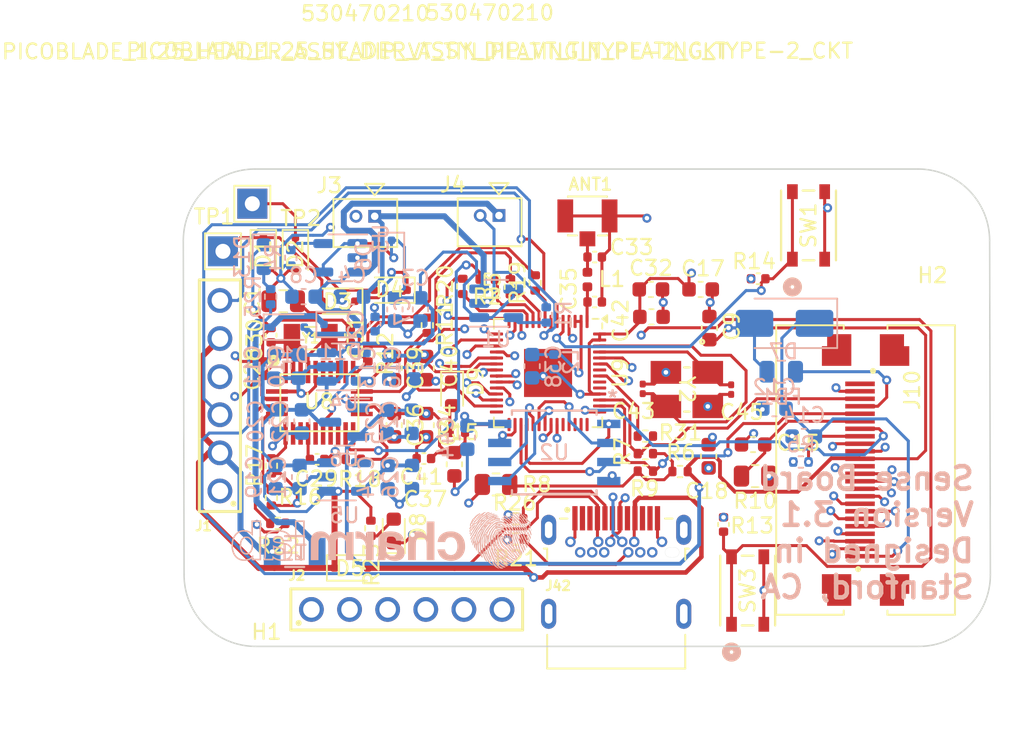
<source format=kicad_pcb>
(kicad_pcb (version 20240108) (generator "pcbnew") (generator_version "8.0")
  (layers (0 "F.Cu" signal) (1 "In1.Cu" signal) (2 "In2.Cu" signal) (3 "In3.Cu" signal) (4 "In4.Cu" signal) (31 "B.Cu" signal) (34 "B.Paste" user) (35 "F.Paste" user) (36 "B.SilkS" user "B.Silkscreen") (37 "F.SilkS" user "F.Silkscreen") (38 "B.Mask" user) (39 "F.Mask" user) (44 "Edge.Cuts" user))
  (net 0 "")
  (net 1 "GND")
  (net 2 "Net-(ANT1-PadSIG)")
  (net 3 "VCC")
  (net 4 "+2V8")
  (net 5 "VDC")
  (net 6 "Net-(D7-K)")
  (net 7 "+3.3V")
  (net 8 "CAM_RESET")
  (net 9 "+1V8")
  (net 10 "Net-(U8-CAP)")
  (net 11 "Net-(U8-XIN32)")
  (net 12 "Net-(U8-XOUT32)")
  (net 13 "Net-(U9-LNA_IN)")
  (net 14 "Net-(C38-Pad1)")
  (net 15 "Net-(U9-XTAL_P)")
  (net 16 "Net-(U9-XTAL_N)")
  (net 17 "Net-(D1-K)")
  (net 18 "Net-(D2-K)")
  (net 19 "+5V")
  (net 20 "IO21{slash}USER_LED")
  (net 21 "Net-(D9-A)")
  (net 22 "Net-(FB1-Pad2)")
  (net 23 "USB_DP")
  (net 24 "USB_DN")
  (net 26 "MTDO{slash}IO40{slash}CAM_SDA")
  (net 27 "MTCK{slash}IO39{slash}CAM_SCL")
  (net 28 "IO38{slash}DVP_VSYNC")
  (net 29 "Net-(J10-Pad8)")
  (net 30 "IO47{slash}DVP_HREF")
  (net 31 "IO48{slash}DVP_Y9")
  (net 32 "IO10{slash}XMCLK")
  (net 33 "IO11{slash}DVP_Y8")
  (net 34 "IO12{slash}DVP_Y7")
  (net 35 "IO13{slash}DVP_PCLK")
  (net 36 "IO14{slash}DVP_Y6")
  (net 37 "IO15{slash}DVP_Y2")
  (net 38 "IO16{slash}DVP_Y5")
  (net 39 "IO17{slash}DVP_Y3")
  (net 40 "IO18{slash}DVP_Y4")
  (net 43 "CHIP_EN")
  (net 44 "MTDI{slash}IO41{slash}PDM_DATA")
  (net 45 "MTMS{slash}IO42{slash}PDM_CLK")
  (net 46 "Net-(U1-PROG)")
  (net 47 "Net-(U3-PROG)")
  (net 48 "Net-(R6-Pad1)")
  (net 49 "+BATT1")
  (net 50 "+BATT2")
  (net 51 "Net-(U8-PS1)")
  (net 52 "Net-(U8-PS0)")
  (net 53 "Net-(U8-COM3)")
  (net 54 "BNO_SCL")
  (net 55 "BNO_SDA")
  (net 56 "GPIO37")
  (net 57 "GPIO36")
  (net 58 "BNO_INT")
  (net 59 "GPIO35")
  (net 60 "GPIO34")
  (net 61 "GPIO33")
  (net 62 "D3{slash}A3")
  (net 63 "D2{slash}A2")
  (net 64 "D1{slash}A1")
  (net 65 "D0{slash}A0")
  (net 66 "Net-(U9-U0TXD)")
  (net 67 "TX_D6")
  (net 68 "Net-(D10-K)")
  (net 69 "GPIO0")
  (net 70 "Net-(D8-A)")
  (net 74 "RX_D7")
  (net 75 "BNO_RST")
  (net 76 "D4{slash}I2C_SDA")
  (net 77 "D5{slash}I2C_SCL")
  (net 78 "D8{slash}A8{slash}SCK")
  (net 79 "D9{slash}A9{slash}MISO")
  (net 80 "D10{slash}A10{slash}MOSI")
  (net 82 "VDD_SPI")
  (net 83 "SPIHD")
  (net 84 "SPIWP")
  (net 85 "SPICS0")
  (net 86 "SPICLK")
  (net 87 "SPIQ")
  (net 88 "SPID")
  (net 89 "Net-(U8-NBOOT_LOAD_PIN)")
  (net 90 "GNDPWR")
  (net 91 "Net-(D13-A)")
  (net 92 "Net-(J42-CC1)")
  (net 93 "Net-(J42-CC2)")
  (net 104 "GPIO45")
  (net 105 "GPIO46")
  (footprint "Capacitor_SMD:C_0603_1608Metric" (layer "F.Cu") (at 138.2392 82.677)
    (property "Reference" "C32")
    (property "Value" "100nF")
  )
  (footprint "61300611121:61300611121" (layer "F.Cu") (at 121.9708 104.013)
    (property "Reference" "J2")
    (property "Value" "6130XX11121_61300611121")
    (property "VALUE" "61300611121" (hide yes))
  )
  (footprint "Capacitor_SMD:C_0201_0603Metric" (layer "F.Cu") (at 137.6934 89.3064 90)
    (property "Reference" "C43")
    (property "Value" "18pF")
  )
  (footprint "Capacitor_SMD:C_0402_1005Metric" (layer "F.Cu") (at 143.0782 98.3488 -90)
    (property "Reference" "R13")
    (property "Value" "10k")
  )
  (footprint "Capacitor_SMD:C_0603_1608Metric" (layer "F.Cu") (at 142.1384 85.2554 90)
    (property "Reference" "C9")
    (property "Value" "2.2uF")
  )
  (footprint "Capacitor_SMD:C_0402_1005Metric" (layer "F.Cu") (at 118.217 85.7504 90)
    (property "Reference" "C31")
    (property "Value" "22pF")
  )
  (footprint "Capacitor_SMD:C_0603_1608Metric" (layer "F.Cu") (at 123.2662 87.9196 -90)
    (property "Reference" "C40")
    (property "Value" "100nF")
  )
  (footprint "U.FL-R-SMT-1:U.FL-R-SMT-1" (layer "F.Cu") (at 134.0104 77.7788)
    (property "Reference" "ANT1")
    (property "Value" "U.FL-R-SMT-1")
  )
  (footprint "Capacitor_SMD:C_0603_1608Metric" (layer "F.Cu") (at 121.1326 87.9196 -90)
    (property "Reference" "C39")
    (property "Value" "2.2uF")
  )
  (footprint "UJ31-CH-G2-SMT-TR:CUI_UJ31-CH-G2-SMT-TR" (layer "F.Cu") (at 133.1784 98.393)
    (property "Reference" "J42")
    (property "Value" "UJ31-CH-G2-SMT-TR")
    (fp_line (start 6.325 1.485) (end 6.625 1.485) (stroke (width 0.01)) (layer "Edge.Cuts"))
    (fp_line (start 6.325 2.135) (end 6.625 2.135) (stroke (width 0.01)) (layer "Edge.Cuts"))
    (fp_arc (start 6.325 2.135) (mid 6 1.81) (end 6.325 1.485) (stroke (width 0.01)) (layer "Edge.Cuts"))
    (fp_arc (start 6.625 1.485) (mid 6.95 1.81) (end 6.625 2.135) (stroke (width 0.01)) (layer "Edge.Cuts"))
  )
  (footprint "Resistor_SMD:R_0402_1005Metric" (layer "F.Cu") (at 129.2332 99.314 180)
    (property "Reference" "R21")
    (property "Value" "5.1K")
  )
  (footprint "LED_SMD:LED_0603_1608Metric" (layer "F.Cu") (at 121.1072 98.7806 90)
    (property "Reference" "D8")
    (property "Value" "LED")
  )
  (footprint "Capacitor_SMD:C_0603_1608Metric" (layer "F.Cu") (at 125.1458 94.3356 -90)
    (property "Reference" "C37")
    (property "Value" "100nF")
  )
  (footprint "MountingHole:MountingHole_2.1mm" (layer "F.Cu") (at 110.6932 102.489)
    (property "Reference" "H1")
    (property "Value" "MountingHole")
  )
  (footprint "Resistor_SMD:R_0402_1005Metric" (layer "F.Cu") (at 140.1806 94.8182)
    (property "Reference" "R6")
    (property "Value" "0")
  )
  (footprint "F32R-1A7H1-11024:AMPHENOL_F32R-1A7H1-11024" (layer "F.Cu") (at 148.8375 94.7166 -90)
    (property "Reference" "J10")
    (property "Value" "F32R-1A7H1-11024")
  )
  (footprint "Capacitor_SMD:C_0201_0603Metric" (layer "F.Cu") (at 143.5862 89.3572 -90)
    (property "Reference" "C45")
    (property "Value" "18pF")
  )
  (footprint "Diode_SMD:D_SOD-323F" (layer "F.Cu") (at 114.554 80.3226 -90)
    (property "Reference" "D2")
    (property "Value" "PMEG6010CEJ")
  )
  (footprint "Resistor_SMD:R_0402_1005Metric" (layer "F.Cu") (at 128.8796 82.4992 90)
    (property "Reference" "R3")
    (property "Value" "0")
  )
  (footprint "Capacitor_SMD:C_0603_1608Metric" (layer "F.Cu") (at 138.2776 84.5058)
    (property "Reference" "C42")
    (property "Value" "100nF")
  )
  (footprint "Diode_SMD:D_SOD-323F" (layer "F.Cu") (at 117.4164 83.4644 180)
    (property "Reference" "D3")
    (property "Value" "PMEG6010CEJ")
  )
  (footprint "MountingHole:MountingHole_2.1mm" (layer "F.Cu") (at 157.1498 78.2828)
    (property "Reference" "H2")
    (property "Value" "MountingHole")
  )
  (footprint "Resistor_SMD:R_0402_1005Metric" (layer "F.Cu") (at 125.7046 82.4738 90)
    (property "Reference" "R20")
    (property "Value" "0")
  )
  (footprint "Resistor_SMD:R_0402_1005Metric" (layer "F.Cu") (at 137.8692 93.6244 180)
    (property "Reference" "R7")
    (property "Value" "4.7k")
  )
  (footprint "Resistor_SMD:R_0402_1005Metric" (layer "F.Cu") (at 129.2332 97.9678 180)
    (property "Reference" "R26")
    (property "Value" "5.1K")
  )
  (footprint "LED_SMD:LED_0603_1608Metric" (layer "F.Cu") (at 124.9934 89.6367 -90)
    (property "Reference" "D9")
    (property "Value" "LED")
  )
  (footprint "Capacitor_SMD:C_0402_1005Metric" (layer "F.Cu") (at 112.9338 85.7276 90)
    (property "Reference" "C30")
    (property "Value" "22pF")
  )
  (footprint "Resistor_SMD:R_0805_2012Metric" (layer "F.Cu") (at 127.92 95.68 180)
    (property "Reference" "R8")
    (property "Value" "0k")
  )
  (footprint "Capacitor_SMD:C_0402_1005Metric" (layer "F.Cu") (at 116.0018 94.0054)
    (property "Reference" "C29")
    (property "Value" "0.1uF")
  )
  (footprint "TestPoint:TestPoint_THTPad_2.0x2.0mm_Drill1.0mm" (layer "F.Cu") (at 109.728 80.137)
    (property "Reference" "TP1")
    (property "Value" "COIL1")
  )
  (footprint "53047-0210:CON_530470210_MOL" (layer "F.Cu") (at 119.8372 77.8002)
    (property "Reference" "J3")
    (property "Value" "530470210")
  )
  (footprint "Capacitor_SMD:C_0402_1005Metric" (layer "F.Cu") (at 123.1138 93.9546 180)
    (property "Reference" "C41")
    (property "Value" "10nF")
  )
  (footprint "Capacitor_SMD:C_0603_1608Metric" (layer "F.Cu") (at 121.1326 91.7296 -90)
    (property "Reference" "C36")
    (property "Value" "2.2uF")
  )
  (footprint "Resistor_SMD:R_0402_1005Metric" (layer "F.Cu") (at 113.3836 98.2726 180)
    (property "Reference" "R22")
    (property "Value" "0")
  )
  (footprint "Resistor_SMD:R_0402_1005Metric" (layer "F.Cu") (at 137.8712 92.456)
    (property "Reference" "R31")
    (property "Value" "499")
  )
  (footprint "Capacitor_SMD:C_0603_1608Metric" (layer "F.Cu") (at 142.0876 93.8022 90)
    (property "Reference" "C18")
    (property "Value" "4.7uF")
  )
  (footprint "Resistor_SMD:R_0402_1005Metric" (layer "F.Cu") (at 137.8712 94.7928)
    (property "Reference" "R9")
    (property "Value" "4.7k")
  )
  (footprint "Resistor_SMD:R_0805_2012Metric" (layer "F.Cu") (at 145.1864 95.123 180)
    (property "Reference" "R10")
    (property "Value" "10k")
  )
  (footprint "53047-0210:CON_530470210_MOL" (layer "F.Cu") (at 128.1176 77.7494)
    (property "Reference" "J4")
    (property "Value" "530470210")
  )
  (footprint "Capacitor_SMD:C_0402_1005Metric" (layer "F.Cu") (at 145.3896 81.9658)
    (property "Reference" "R14")
    (property "Value" "10k")
  )
  (footprint "TestPoint:TestPoint_THTPad_2.0x2.0mm_Drill1.0mm" (layer "F.Cu") (at 111.6838 76.962)
    (property "Reference" "TP2")
    (property "Value" "COIL2")
  )
  (footprint "Resistor_SMD:R_0402_1005Metric" (layer "F.Cu") (at 118.4148 94.0054 180)
    (property "Reference" "R18")
    (property "Value" "10k")
  )
  (footprint "BNO055:LGA28R50P4X10_380X520X100" (layer "F.Cu") (at 116.1502 90.2312)
    (property "Reference" "U8")
    (property "Value" "BNO055")
  )
  (footprint "Inductor_SMD:L_0402_1005Metric" (layer "F.Cu") (at 134.0104 82.019 90)
    (property "Reference" "L1")
    (property "Value" "2nH")
  )
  (footprint "Resistor_SMD:R_0402_1005Metric" (layer "F.Cu") (at 125.347 92.202)
    (property "Reference" "R15")
    (property "Value" "1k")
  )
  (footprint "Resistor_SMD:R_0402_1005Metric" (layer "F.Cu") (at 112.9538 96.5708 -90)
    (property "Reference" "R16")
    (property "Value" "10k")
  )
  (footprint "ABM8G_40_000MHZ_18_D2Y_T:CRYSTAL_ABM8G_ABR" (layer "F.Cu") (at 140.5088 89.3494 -90)
    (property "Reference" "Y2")
    (property "Value" "ABM8G-40.000MHZ-18-D2Y-T")
  )
  (footprint "Resistor_SMD:R_0402_1005Metric" (layer "F.Cu") (at 127.3302 81.9912 180)
    (property "Reference" "R2")
    (property "Value" "0")
  )
  (footprint "Diode_SMD:D_SOD-323F" (layer "F.Cu") (at 112.4204 80.3226 -90)
    (property "Reference" "D1")
    (property "Value" "PMEG6010CEJ")
  )
  (footprint "Capacitor_SMD:C_0402_1005Metric" (layer "F.Cu") (at 134.4956 83.5152)
    (property "Reference" "C35")
    (property "Value" "1.6pF")
  )
  (footprint "Resistor_SMD:R_0402_1005Metric" (layer "F.Cu") (at 119.5832 98.6048 90)
    (property "Reference" "R23")
    (property "Value" "1k")
  )
  (footprint "Capacitor_SMD:C_0603_1608Metric" (layer "F.Cu") (at 141.5542 82.677)
    (property "Reference" "C17")
    (property "Value" "100nF")
  )
  (footprint "Resistor_SMD:R_0402_1005Metric" (layer "F.Cu") (at 130.5306 82.2452 90)
    (property "Reference" "R19")
    (property "Value" "0")
  )
  (footprint "Diode_SMD:D_SOD-323F" (layer "F.Cu") (at 118.2624 101.2444)
    (property "Reference" "D5")
    (property "Value" "PMEG6010CEJ")
  )
  (footprint "Resistor_SMD:R_0402_1005Metric" (layer "F.Cu") (at 112.9538 94.4372 -90)
    (property "Reference" "R17")
    (property "Value" "10k")
  )
  (footprint "ABS07-32.768KHZ-7-T:XTAL_ABS07-32.768KHZ-7-T" (layer "F.Cu") (at 115.57 85.9282 180)
    (property "Reference" "Y1")
    (property "Value" "ABS07-32.768KHZ-7-T")
  )
  (footprint "Capacitor_SMD:C_0805_2012Metric" (layer "F.Cu") (at 113.7412 83.4644 180)
    (property "Reference" "C1")
    (property "Value" "6nF")
  )
  (footprint "PTS815:SW4_PTS815 SJM 250 SMTR LFS_CNK" (layer "F.Cu") (at 144.686599 102.753599 90)
    (property "Reference" "SW3")
    (property "Value" "PTS815 SJM 250 SMTR LFS")
  )
  (footprint "Capacitor_SMD:C_0402_1005Metric" (layer "F.Cu") (at 134.4956 80.518)
    (property "Reference" "C33")
    (property "Value" "1.6pF")
  )
  (footprint "Diode_SMD:D_SOD-323F" (layer "F.Cu") (at 120.8962 82.7278 180)
    (property "Reference" "D4")
    (property "Value" "PMEG6010CEJ")
  )
  (footprint "Resistor_SMD:R_0402_1005Metric" (layer "F.Cu") (at 119.38 86.9696 -90)
    (property "Reference" "R12")
    (property "Value" "10k")
  )
  (footprint "PTS815:SW4_PTS815 SJM 250 SMTR LFS_CNK" (layer "F.Cu") (at 148.7424 78.4098 90)
    (property "Reference" "SW1")
    (property "Value" "PTS815 SJM 250 SMTR LFS")
  )
  (footprint "Capacitor_SMD:C_0603_1608Metric" (layer "F.Cu") (at 123.2662 91.7296 -90)
    (property "Reference" "C34")
    (property "Value" "2.2uF")
  )
  (footprint "Resistor_SMD:R_0402_1005Metric" (layer "F.Cu") (at 123.3424 85.0666 -90)
    (property "Reference" "R11")
    (property "Value" "10k")
  )
  (footprint "Capacitor_SMD:C_0402_1005Metric" (layer "F.Cu") (at 112.4204 87.9602 90)
    (property "Reference" "C28")
    (property "Value" "0.1uF")
  )
  (footprint "Capacitor_SMD:C_0603_1608Metric" (layer "F.Cu") (at 145.047 93.0148 180)
    (property "Reference" "C15")
    (property "Value" "100nF")
  )
  (footprint "61300611121:61300611121" (layer "F.Cu") (at 109.5248 89.7636 90)
    (property "Reference" "J1")
    (property "Value" "6130XX11121_61300611121")
    (property "VALUE" "61300611121" (hide yes))
  )
  (footprint "Package_DFN_QFN:QFN-56-1EP_7x7mm_P0.4mm_EP3.2x3.2mm" (layer "F.Cu") (at 131.3875 88.2488 -90)
    (property "Reference" "U9")
    (property "Value" "ESP32-S3")
  )
  (footprint "Capacitor_SMD:C_0603_1608Metric" (layer "B.Cu") (at 122.4534 87.8688 -90)
    (property "Reference" "C16")
    (property "Value" "1uF")
  )
  (footprint "Capacitor_SMD:C_0603_1608Metric" (layer "B.Cu") (at 122.301 91.5038 -90)
    (property "Reference" "C27")
    (property "Value" "1uF")
  )
  (footprint "Capacitor_SMD:C_0603_1608Metric" (layer "B.Cu") (at 146.4694 90.6272 180)
    (property "Reference" "C12")
    (property "Value" "2.2uF")
  )
  (footprint "GD25Q64CSIGR:SOP8_208MIL_GDV" (layer "B.Cu") (at 131.8007 93.5482 180)
    (property "Reference" "U2")
    (property "Value" "GD25Q64CSIGR")
  )
  (footprint "Capacitor_SMD:C_0603_1608Metric" (layer "B.Cu") (at 121.1834 84.0108 -90)
    (property "Reference" "C7")
    (property "Value" "1uF")
  )
  (footprint "NANOSMDC110F-2:FUS_NANO_TYCO_TYC" (layer "B.Cu") (at 114.5032 100.1522)
    (property "Reference" "F1")
    (property "Value" "NANOSMDC110F-2")
  )
  (footprint "CharmLabLogo:Charm" (layer "B.Cu") (at 120.2944 99.4156 180)
    (property "Reference" "G***" (hide yes))
    (property "Value" "LOGO" (hide yes))
  )
  (footprint "Capacitor_SMD:C_0603_1608Metric" (layer "B.Cu") (at 120.7008 95.1868 -90)
    (property "Reference" "C24")
    (property "Value" "10uF")
  )
  (footprint "Capacitor_SMD:C_0603_1608Metric" (layer "B.Cu") (at 113.3348 91.4784 -90)
    (property "Reference" "C20")
    (property "Value" "10uF")
  )
  (footprint "Capacitor_SMD:C_0603_1608Metric" (layer "B.Cu") (at 114.8334 95.1868 -90)
    (property "Reference" "C21")
    (property "Value" "1uF")
  )
  (footprint "Capacitor_SMD:C_0805_2012Metric" (layer "B.Cu") (at 146.9238 88.1634)
    (property "Reference" "FB1")
    (property "Value" "120R-3A")
  )
  (footprint "Package_TO_SOT_SMD:SOT-23-5" (layer "B.Cu") (at 117.5512 80.5688 180)
    (property "Reference" "U3")
    (property "Value" "MCP73812T-420I-OT")
  )
  (footprint "Capacitor_SMD:C_0603_1608Metric" (layer "B.Cu") (at 113.1316 87.818 -90)
    (property "Reference" "C11")
    (property "Value" "1uF")
  )
  (footprint "Capacitor_SMD:C_0603_1608Metric" (layer "B.Cu") (at 115.0998 83.1596 180)
    (property "Reference" "C8")
    (property "Value" "1uF")
  )
  (footprint "Diode_SMD:D_SMA" (layer "B.Cu") (at 147.1422 84.9376 180)
    (property "Reference" "D7")
    (property "Value" "B140-E3")
  )
  (footprint "LED_SMD:LED_0603_1608Metric" (layer "B.Cu") (at 112.4458 80.4926 -90)
    (property "Reference" "D13")
    (property "Value" "LED")
  )
  (footprint "Resistor_SMD:R_0402_1005Metric" (layer "B.Cu") (at 112.903 83.1616 -90)
    (property "Reference" "R25")
    (property "Value" "1k")
  )
  (footprint "Inductor_SMD:L_0402_1005Metric" (layer "B.Cu") (at 131.7752 87.503 90)
    (property "Reference" "L2")
    (property "Value" "2nH")
  )
  (footprint "Capacitor_SMD:C_0603_1608Metric" (layer "B.Cu") (at 148.4246 92.4814 180)
    (property "Reference" "C14")
    (property "Value" "100nF")
  )
  (footprint "Package_TO_SOT_SMD:SOT-23-5" (layer "B.Cu") (at 117.7743 87.8434)
    (property "Reference" "U4")
    (property "Value" "MIC5504-3.3YM5")
  )
  (footprint "Capacitor_SMD:C_0603_1608Metric" (layer "B.Cu") (at 118.3256 83.1596 180)
    (property "Reference" "C4")
    (property "Value" "1uF")
  )
  (footprint "Capacitor_SMD:C_0603_1608Metric" (layer "B.Cu") (at 122.3264 95.1868 -90)
    (property "Reference" "C26")
    (property "Value" "1uF")
  )
  (footprint "Diode_SMD:D_SOD-323F" (layer "B.Cu") (at 117.559 85.0138)
    (property "Reference" "D11")
    (property "Value" "PMEG6010CEJ")
  )
  (footprint "Resistor_SMD:R_0402_1005Metric" (layer "B.Cu") (at 114.2492 80.5688 -90)
    (property "Reference" "R4")
    (property "Value" "2k")
  )
  (footprint "Resistor_SMD:R_0402_1005Metric" (layer "B.Cu") (at 148.2324 94.1832 180)
    (property "Reference" "R5")
    (property "Value" "10k")
  )
  (footprint "Package_TO_SOT_SMD:SOT-23" (layer "B.Cu") (at 117.8075 91.5264 180)
    (property "Reference" "U6")
    (property "Value" "MCP1700x-280xxTT")
  )
  (footprint "Capacitor_SMD:C_0603_1608Metric" (layer "B.Cu") (at 120.65 91.5038 -90)
    (property "Reference" "C25")
    (property "Value" "10uF")
  )
  (footprint "Capacitor_SMD:C_0402_1005Metric" (layer "B.Cu") (at 119.8626 84.9884 90)
    (property "Reference" "C2")
    (property "Value" "10uF")
  )
  (footprint "Capacitor_SMD:C_0603_1608Metric" (layer "B.Cu") (at 114.9858 91.4784 -90)
    (property "Reference" "C22")
    (property "Value" "1uF")
  )
  (footprint "Capacitor_SMD:C_0603_1608Metric" (layer "B.Cu") (at 130.3274 87.7954 -90)
    (property "Reference" "C38")
    (property "Value" "100nF")
  )
  (footprint "Diode_SMD:D_SOD-323F" (layer "B.Cu") (at 114.046 85.1916)
    (property "Reference" "D10")
    (property "Value" "PMEG6010CEJ")
  )
  (footprint "Capacitor_SMD:C_0603_1608Metric" (layer "B.Cu") (at 126.0094 92.5576 -90)
    (property "Reference" "C44")
    (property "Value" "100nF")
  )
  (footprint "Package_TO_SOT_SMD:SOT-23-5" (layer "B.Cu") (at 117.7853 95.184)
    (property "Reference" "U5")
    (property "Value" "MIC5504-1.8YM5")
  )
  (footprint "Capacitor_SMD:C_0603_1608Metric" (layer "B.Cu") (at 114.7572 87.8208 -90)
    (property "Reference" "C10")
    (property "Value" "10uF")
  )
  (footprint "Resistor_SMD:R_0402_1005Metric" (layer "B.Cu") (at 131.2672 84.3788 90)
    (property "Reference" "R1")
    (property "Value" "2k")
  )
  (footprint "Capacitor_SMD:C_0603_1608Metric" (layer "B.Cu") (at 122.8852 84.0108 -90)
    (property "Reference" "C3")
    (property "Value" "1uF")
  )
  (footprint "Capacitor_SMD:C_0603_1608Metric" (layer "B.Cu") (at 113.2332 95.1868 -90)
    (property "Reference" "C19")
    (property "Value" "10uF")
  )
  (footprint "Capacitor_SMD:C_0603_1608Metric" (layer "B.Cu") (at 120.8024 87.8716 -90)
    (property "Reference" "C13")
    (property "Value" "10uF")
  )
  (footprint "Diode_SMD:D_SOD-323F" (layer "B.Cu") (at 120.9548 80.5004 -90)
    (property "Reference" "D6")
    (property "Value" "PMEG6010CEJ")
  )
  (footprint "Package_TO_SOT_SMD:SOT-23-5" (layer "B.Cu") (at 127.9343 83.6016)
    (property "Reference" "U1")
    (property "Value" "MCP73812T-420I-OT")
  )
  (gr_line (start 107.0864 79.4258) (end 107.1372 101.7016) (stroke (width 0.1)) (layer "Edge.Cuts"))
  (gr_arc (start 156.0322 74.6506) (mid 159.408776 76.049224) (end 160.8074 79.4258) (stroke (width 0.1)) (layer "Edge.Cuts"))
  (gr_line (start 160.8074 79.4258) (end 160.8582 101.7016) (stroke (width 0.1)) (layer "Edge.Cuts"))
  (gr_line (start 111.8616 74.6506) (end 156.0322 74.6506) (stroke (width 0.1)) (layer "Edge.Cuts"))
  (gr_arc (start 160.8582 101.7016) (mid 159.459576 105.078176) (end 156.083 106.4768) (stroke (width 0.1)) (layer "Edge.Cuts"))
  (gr_line (start 111.9124 106.4768) (end 156.083 106.4768) (stroke (width 0.1)) (layer "Edge.Cuts"))
  (gr_arc (start 107.0864 79.4258) (mid 108.485024 76.049224) (end 111.8616 74.6506) (stroke (width 0.1)) (layer "Edge.Cuts"))
  (gr_arc (start 111.9124 106.4768) (mid 108.535824 105.078176) (end 107.1372 101.7016) (stroke (width 0.1)) (layer "Edge.Cuts"))
  (gr_text "Sense Board\nVersion 3.1\nDesigned in \nStanford, CA" (at 159.9184 103.4034 0) (layer "B.SilkS") (effects (font (size 1.5 1.5) (thickness 0.3) (bold yes)) (justify left bottom mirror)))
  (segment (start 145.761598 105.0036) (end 145.761598 102.752002) (width 0.2) (layer "F.Cu") (net 1))
  (segment (start 131.3875 88.2488) (end 131.3875 88.2463) (width 0.2) (layer "F.Cu") (net 1))
  (segment (start 142.0876 93.0272) (end 142.0876 92.7862) (width 0.2) (layer "F.Cu") (net 1))
  (segment (start 111.749 84.0376) (end 111.749 84.0628) (width 0.2) (layer "F.Cu") (net 1))
  (segment (start 135.4854 77.7788) (end 132.5354 77.7788) (width 0.2) (layer "F.Cu") (net 1))
  (segment (start 149.817399 77.046399) (end 150.0124 77.2414) (width 0.2) (layer "F.Cu") (net 1))
  (segment (start 116.67321 94.0054) (end 116.4818 94.0054) (width 0.2) (layer "F.Cu") (net 1))
  (segment (start 150.8076 89.4666) (end 150.5712 89.2302) (width 0.2) (layer "F.Cu") (net 1))
  (segment (start 114.935 89.6112) (end 114.805 89.4812) (width 0.254) (layer "F.Cu") (net 1))
  (segment (start 150.6898 99.9666) (end 152.1715 99.9666) (width 0.2) (layer "F.Cu") (net 1))
  (segment (start 131.069477 88.457575) (end 131.278252 88.2488) (width 0.2) (layer "F.Cu") (net 1))
  (segment (start 122.6338 93.1646) (end 123.2662 92.5322) (width 0.2) (layer "F.Cu") (net 1))
  (segment (start 123.8146 88.6946) (end 123.91 88.79) (width 0.2) (layer "F.Cu") (net 1))
  (segment (start 142.3292 83.4006) (end 142.1892 83.5406) (width 0.2) (layer "F.Cu") (net 1))
  (segment (start 143.5862 89.6772) (end 142.8285 89.6772) (width 0.2) (layer "F.Cu") (net 1))
  (segment (start 139.0526 84.5058) (end 139.0526 83.553) (width 0.2) (layer "F.Cu") (net 1))
  (segment (start 121.1326 88.6946) (end 120.8504 88.6946) (width 0.2) (layer "F.Cu") (net 1))
  (segment (start 110.5408 87.0966) (end 110.9244 87.4802) (width 0.2) (layer "F.Cu") (net 1))
  (segment (start 145.761598 102.733998) (end 145.7706 102.743) (width 0.2) (layer "F.Cu") (net 1))
  (segment (start 149.817399 80.659801) (end 149.817399 77.436401) (width 0.2) (layer "F.Cu") (net 1))
  (segment (start 145.0848 92.2846) (end 145.0022 92.2846) (width 0.2) (layer "F.Cu") (net 1))
  (segment (start 135.4836 77.7806) (end 135.4854 77.7788) (width 0.2) (layer "F.Cu") (net 1))
  (segment (start 113.4556 84.7258) (end 112.9338 85.2476) (width 0.2) (layer "F.Cu") (net 1))
  (segment (start 112.3714 85.81) (end 112.3714 87.4312) (width 0.2) (layer "F.Cu") (net 1))
  (segment (start 121.8183 99.5681) (end 122.3518 99.0346) (width 0.2) (layer "F.Cu") (net 1))
  (segment (start 138.6784 99.203) (end 138.9784 99.503) (width 0.2) (layer "F.Cu") (net 1))
  (segment (start 131.3875 88.2463) (end 131.3942 88.2396) (width 0.2) (layer "F.Cu") (net 1))
  (segment (start 139.0142 83.4898) (end 139.065 83.5406) (width 0.2) (layer "F.Cu") (net 1))
  (segment (start 120.8504 88.6946) (end 120.8024 88.6466) (width 0.2) (layer "F.Cu") (net 1))
  (segment (start 128.652394 99.384806) (end 128.7232 99.314) (width 0.2) (layer "F.Cu") (net 1))
  (segment (start 110.9244 87.4802) (end 112.4204 87.4802) (width 0.2) (layer "F.Cu") (net 1))
  (segment (start 125.1458 96.1136) (end 125.1966 96.1644) (width 0.2) (layer "F.Cu") (net 1))
  (segment (start 121.1072 99.5681) (end 121.8183 99.5681) (width 0.2) (layer "F.Cu") (net 1))
  (segment (start 149.817399 76.159799) (end 149.817399 77.046399) (width 0.2) (layer "F.Cu") (net 1))
  (segment (start 150.32 100.3364) (end 150.6898 99.9666) (width 0.2) (layer "F.Cu") (net 1))
  (segment (start 128.7232 97.9678) (end 128.7232 97.6968) (width 0.2) (layer "F.Cu") (net 1))
  (segment (start 153.990411 95.9666) (end 152.1715 95.9666) (width 0.2) (layer "F.Cu") (net 1))
  (segment (start 142.8285 89.6772) (end 142.0288 90.4769) (width 0.2) (layer "F.Cu") (net 1))
  (segment (start 139.0142 82.677) (end 139.0142 83.4898) (width 0.2) (layer "F.Cu") (net 1))
  (segment (start 117.889684 89.981291) (end 117.889775 89.9812) (width 0.2) (layer "F.Cu") (net 1))
  (segment (start 115.9002 89.1312) (end 115.9002 88.1842) (width 0.2) (layer "F.Cu") (net 1))
  (segment (start 117.6724 84.7258) (end 118.217 85.2704) (width 0.2) (layer "F.Cu") (net 1))
  (segment (start 142.0876 92.7862) (end 142.3416 92.5322) (width 0.2) (layer "F.Cu") (net 1))
  (segment (start 152.1715 89.4666) (end 150.8076 89.4666) (width 0.2) (layer "F.Cu") (net 1))
  (segment (start 112.9538 94.9472) (end 113.5654 94.9472) (width 0.2) (layer "F.Cu") (net 1))
  (segment (start 138.6784 97.933) (end 138.6784 99.203) (width 0.2) (layer "F.Cu") (net 1))
  (segment (start 111.749 84.0628) (end 112.9338 85.2476) (width 0.2) (layer "F.Cu") (net 1))
  (segment (start 137.6934 88.9864) (end 138.4588 88.9864) (width 0.2) (layer "F.Cu") (net 1))
  (segment (start 115.4202 89.6112) (end 115.9002 89.1312) (width 0.2) (layer "F.Cu") (net 1))
  (segment (start 112.9538 97.0808) (end 114.5266 97.0808) (width 0.2) (layer "F.Cu") (net 1))
  (segment (start 114.5266 97.0808) (end 114.681 96.9264) (width 0.2) (layer "F.Cu") (net 1))
  (segment (start 135.4854 77.7788) (end 137.8244 77.7788) (width 0.2) (layer "F.Cu") (net 1))
  (segment (start 134.9756 83.5152) (end 134.9756 80.518) (width 0.2) (layer "F.Cu") (net 1))
  (segment (start 123.2662 88.6946) (end 123.8146 88.6946) (width 0.2) (layer "F.Cu") (net 1))
  (segment (start 114.805 89.4812) (end 113.3222 89.4812) (width 0.254) (layer "F.Cu") (net 1))
  (segment (start 117.201071 93.477539) (end 116.67321 94.0054) (width 0.2) (layer "F.Cu") (net 1))
  (segment (start 142.1384 83.5914) (end 142.1892 83.5406) (width 0.2) (layer "F.Cu") (net 1))
  (segment (start 128.7232 97.6968) (end 128.73 97.69) (width 0.2) (layer "F.Cu") (net 1))
  (segment (start 137.8244 77.7788) (end 137.9728 77.9272) (width 0.2) (layer "F.Cu") (net 1))
  (segment (start 114.681 96.0628) (end 114.681 96.9264) (width 0.2) (layer "F.Cu") (net 1))
  (segment (start 142.1384 84.4804) (end 142.1384 83.5914) (width 0.2) (layer "F.Cu") (net 1))
  (segment (start 142.3292 82.677) (end 142.3292 83.4006) (width 0.2) (layer "F.Cu") (net 1))
  (segment (start 131.278252 88.2488) (end 131.3875 88.2488) (width 0.2) (layer "F.Cu") (net 1))
  (segment (start 145.0022 92.2846) (end 144.272 93.0148) (width 0.2) (layer "F.Cu") (net 1))
  (segment (start 133.1784 97.933) (end 133.1784 99.203) (width 0.2) (layer "F.Cu") (net 1))
  (segment (start 117.6724 84.7258) (end 113.4556 84.7258) (width 0.2) (layer "F.Cu") (net 1))
  (segment (start 117.889775 89.9812) (end 118.9782 89.9812) (width 0.2) (layer "F.Cu") (net 1))
  (segment (start 125.1458 95.1106) (end 125.1458 96.1136) (width 0.2) (layer "F.Cu") (net 1))
  (segment (start 154.263252 96.239441) (end 153.990411 95.9666) (width 0.2) (layer "F.Cu") (net 1))
  (segment (start 145.761598 102.752002) (end 145.7706 102.743) (width 0.2) (layer "F.Cu") (net 1))
  (segment (start 113.5654 94.9472) (end 114.681 96.0628) (width 0.2) (layer "F.Cu") (net 1))
  (segment (start 122.6338 93.9546) (end 122.6338 93.1646) (width 0.2) (layer "F.Cu") (net 1))
  (segment (start 117.201071 93.477539) (end 117.728932 94.0054) (width 0.2) (layer "F.Cu") (net 1))
  (segment (start 112.3714 85.81) (end 112.9338 85.2476) (width 0.2) (layer "F.Cu") (net 1))
  (segment (start 128.7232 97.9678) (end 128.6002 97.9678) (width 0.2) (layer "F.Cu") (net 1))
  (segment (start 149.817399 77.436401) (end 150.0124 77.2414) (width 0.2) (layer "F.Cu") (net 1))
  (segment (start 123.2662 92.5046) (end 123.2662 92.5322) (width 0.2) (layer "F.Cu") (net 1))
  (segment (start 117.728932 94.0054) (end 117.9048 94.0054) (width 0.2) (layer "F.Cu") (net 1))
  (segment (start 134.9756 80.518) (end 135.4836 80.01) (width 0.2) (layer "F.Cu") (net 1))
  (segment (start 133.1784 99.203) (end 132.8784 99.503) (width 0.2) (layer "F.Cu") (net 1))
  (segment (start 135.4836 80.01) (end 135.4836 77.7806) (width 0.2) (layer "F.Cu") (net 1))
  (segment (start 139.0526 83.553) (end 139.065 83.5406) (width 0.2) (layer "F.Cu") (net 1))
  (segment (start 138.4588 88.9864) (end 139.2388 88.2064) (width 0.2) (layer "F.Cu") (net 1))
  (segment (start 112.3714 87.4312) (end 112.4204 87.4802) (width 0.2) (layer "F.Cu") (net 1))
  (segment (start 114.935 89.6112) (end 115.4202 89.6112) (width 0.2) (layer "F.Cu") (net 1))
  (segment (start 145.761598 100.503598) (end 145.761598 102.733998) (width 0.2) (layer "F.Cu") (net 1))
  (via (at 147.7264 94.1578) (size 0.6) (drill 0.3) (layers "F.Cu" "B.Cu") (net 1))
  (via (at 114.935 89.6112) (size 0.6) (drill 0.3) (layers "F.Cu" "B.Cu") (net 1))
  (via (at 121.1326 92.5046) (size 0.6) (drill 0.3) (layers "F.Cu" "B.Cu") (net 1))
  (via (at 121.4882 97.0026) (size 0.6) (drill 0.3) (layers "F.Cu" "B.Cu") (net 1))
  (via (at 142.3416 92.5322) (size 0.6) (drill 0.3) (layers "F.Cu" "B.Cu") (net 1))
  (via (at 145.669 90.678) (size 0.6) (drill 0.3) (layers "F.Cu" "B.Cu") (net 1))
  (via (at 154.263252 96.239441) (size 0.6) (drill 0.3) (layers "F.Cu" "B.Cu") (net 1))
  (via (at 123.91 88.79) (size 0.6) (drill 0.3) (layers "F.Cu" "B.Cu") (net 1))
  (via (at 120.8024 88.6466) (size 0.6) (drill 0.3) (layers "F.Cu" "B.Cu") (net 1))
  (via (at 110.5408 87.0966) (size 0.6) (drill 0.3) (layers "F.Cu" "B.Cu") (net 1))
  (via (at 150.32 100.3364) (size 0.6) (drill 0.3) (layers "F.Cu" "B.Cu") (net 1))
  (via (at 137.9728 77.9272) (size 0.6) (drill 0.3) (layers "F.Cu" "B.Cu") (net 1))
  (via (at 145.0848 92.2846) (size 0.6) (drill 0.3) (layers "F.Cu" "B.Cu") (net 1))
  (via (at 150.5712 89.2302) (size 0.6) (drill 0.3) (layers "F.Cu" "B.Cu") (net 1))
  (via (at 113.03 93.1164) (size 0.6) (drill 0.3) (layers "F.Cu" "B.Cu") (net 1))
  (via (at 128.73 97.69) (size 0.6) (drill 0.3) (layers "F.Cu" "B.Cu") (net 1))
  (via (at 142.0288 90.4769) (size 0.6) (drill 0.3) (layers "F.Cu" "B.Cu") (net 1))
  (via (at 147.6502 92.456) (size 0.6) (drill 0.3) (layers "F.Cu" "B.Cu") (net 1))
  (via (at 117.889684 89.981291) (size 0.6) (drill 0.3) (layers "F.Cu" "B.Cu") (net 1))
  (via (at 123.2662 92.5322) (size 0.6) (drill 0.3) (layers "F.Cu" "B.Cu") (net 1))
  (via (at 131.069477 88.457575) (size 0.6) (drill 0.3) (layers "F.Cu" "B.Cu") (net 1))
  (via (at 111.749 84.0376) (size 0.6) (drill 0.3) (layers "F.Cu" "B.Cu") (net 1))
  (via (at 139.2388 88.2064) (size 0.6) (drill 0.3) (layers "F.Cu" "B.Cu") (net 1))
  (via (at 122.047 85.6488) (size 0.6) (drill 0.3) (layers "F.Cu" "B.Cu") (net 1))
  (via (at 128.652394 99.384806) (size 0.6) (drill 0.3) (layers "F.Cu" "B.Cu") (net 1))
  (via (at 114.681 96.9264) (size 0.6) (drill 0.3) (layers "F.Cu" "B.Cu") (net 1))
  (via (at 125.1966 96.1644) (size 0.6) (drill 0.3) (layers "F.Cu" "B.Cu") (net 1))
  (via (at 122.3518 99.0346) (size 0.6) (drill 0.3) (layers "F.Cu" "B.Cu") (net 1))
  (via (at 135.6614 95.0976) (size 0.6) (drill 0.3) (layers "F.Cu" "B.Cu") (net 1))
  (via (at 139.065 83.5406) (size 0.6) (drill 0.3) (layers "F.Cu" "B.Cu") (net 1))
  (via (at 117.201071 93.477539) (size 0.6) (drill 0.3) (layers "F.Cu" "B.Cu") (net 1))
  (via (at 145.7706 102.743) (size 0.6) (drill 0.3) (layers "F.Cu" "B.Cu") (net 1))
  (via (at 121.943122 89.829707) (size 0.6) (drill 0.3) (layers "F.Cu" "B.Cu") (net 1))
  (via (at 142.1892 83.5406) (size 0.6) (drill 0.3) (layers "F.Cu" "B.Cu") (net 1))
  (via (at 150.0124 77.2414) (size 0.6) (drill 0.3) (layers "F.Cu" "B.Cu") (net 1))
  (segment (start 122.047 85.6488) (end 122.047 85.624) (width 0.2) (layer "B.Cu") (net 1))
  (segment (start 122.0752 92.5046) (end 122.301 92.2788) (width 0.254) (layer "B.Cu") (net 1))
  (segment (start 112.4458 79.7051) (end 111.7184 80.4325) (width 0.2) (layer "B.Cu") (net 1))
  (segment (start 126.0094 93.3326) (end 126.0094 95.3516) (width 0.2) (layer "B.Cu") (net 1))
  (segment (start 111.7184 80.4325) (end 111.7184 84.007) (width 0.2) (layer "B.Cu") (net 1))
  (segment (start 121.1326 92.5046) (end 122.0752 92.5046) (width 0.254) (layer "B.Cu") (net 1))
  (segment (start 120.8024 88.688985) (end 120.8024 88.6466) (width 0.254) (layer "B.Cu") (net 1))
  (segment (start 113.893 92.2534) (end 113.03 93.1164) (width 0.254) (layer "B.Cu") (net 1))
  (segment (start 122.047 85.6488) (end 122.0464 85.6488) (width 0.2) (layer "B.Cu") (net 1))
  (segment (start 122.3264 96.1644) (end 121.4882 97.0026) (width 0.254) (layer "B.Cu") (net 1))
  (segment (start 114.8334 96.774) (end 114.681 96.9264) (width 0.254) (layer "B.Cu") (net 1))
  (segment (start 126.0094 95.3516) (end 125.1966 96.1644) (width 0.2) (layer "B.Cu") (net 1))
  (segment (start 147.6496 92.4566) (end 147.6502 92.456) (width 0.2) (layer "B.Cu") (net 1))
  (segment (start 130.956652 88.5704) (end 130.3274 88.5704) (width 0.2) (layer "B.Cu") (net 1))
  (segment (start 115.6112 95.184) (end 114.8334 95.9618) (width 0.254) (layer "B.Cu") (net 1))
  (segment (start 122.0464 85.6488) (end 121.1834 84.7858) (width 0.2) (layer "B.Cu") (net 1))
  (segment (start 115.5096 87.8434) (end 114.7572 88.5958) (width 0.254) (layer "B.Cu") (net 1))
  (segment (start 147.7224 94.1618) (end 147.7264 94.1578) (width 0.2) (layer "B.Cu") (net 1))
  (segment (start 120.7008 96.2152) (end 121.4882 97.0026) (width 0.254) (layer "B.Cu") (net 1))
  (segment (start 116.6368 87.8434) (end 115.5096 87.8434) (width 0.254) (layer "B.Cu") (net 1))
  (segment (start 113.2332 95.9618) (end 114.8334 95.9618) (width 0.254) (layer "B.Cu") (net 1))
  (segment (start 145.6944 90.6272) (end 145.6944 90.6526) (width 0.2) (layer "B.Cu") (net 1))
  (segment (start 147.6496 92.4814) (end 147.6496 92.4566) (width 0.2) (layer "B.Cu") (net 1))
  (segment (start 114.7572 89.4334) (end 114.7572 88.5958) (width 0.254) (layer "B.Cu") (net 1))
  (segment (start 122.047 85.624) (end 122.8852 84.7858) (width 0.2) (layer "B.Cu") (net 1))
  (segment (start 114.7544 88.593) (end 114.7572 88.5958) (width 0.254) (layer "B.Cu") (net 1))
  (segment (start 111.7184 84.007) (end 111.749 84.0376) (width 0.2) (layer "B.Cu") (net 1))
  (segment (start 120.9068 92.2788) (end 120.65 92.2788) (width 0.254) (layer "B.Cu") (net 1))
  (segment (start 121.1326 92.5046) (end 120.9068 92.2788) (width 0.254) (layer "B.Cu") (net 1))
  (segment (start 118.484793 90.5764) (end 118.745 90.5764) (width 0.254) (layer "B.Cu") (net 1))
  (segment (start 135.4329 95.4532) (end 135.4329 95.3261) (width 0.2) (layer "B.Cu") (net 1))
  (segment (start 120.7008 95.9618) (end 120.7008 96.2152) (width 0.254) (layer "B.Cu") (net 1))
  (segment (start 131.069477 88.457575) (end 130.956652 88.5704) (width 0.2) (layer "B.Cu") (net 1))
  (segment (start 114.935 89.6112) (end 114.7572 89.4334) (width 0.254) (layer "B.Cu") (net 1))
  (segment (start 116.6478 95.184) (end 115.6112 95.184) (width 0.254) (layer "B.Cu") (net 1))
  (segment (start 122.3264 95.9618) (end 122.3264 96.1644) (width 0.254) (layer "B.Cu") (net 1))
  (segment (start 117.889684 89.981291) (end 118.484793 90.5764) (width 0.254) (layer "B.Cu") (net 1))
  (segment (start 114.9858 92.2534) (end 113.893 92.2534) (width 0.254) (layer "B.Cu") (net 1))
  (segment (start 122.4534 89.319429) (end 122.4534 88.6438) (width 0.254) (layer "B.Cu") (net 1))
  (segment (start 135.4329 95.3261) (end 135.6614 95.0976) (width 0.2) (layer "B.Cu") (net 1))
  (segment (start 113.1316 88.593) (end 114.7544 88.593) (width 0.254) (layer "B.Cu") (net 1))
  (segment (start 147.7224 94.1832) (end 147.7224 94.1618) (width 0.2) (layer "B.Cu") (net 1))
  (segment (start 145.6944 90.6526) (end 145.669 90.678) (width 0.2) (layer "B.Cu") (net 1))
  (segment (start 121.943122 89.829707) (end 122.4534 89.319429) (width 0.254) (layer "B.Cu") (net 1))
  (segment (start 114.8334 95.9618) (end 114.8334 96.774) (width 0.254) (layer "B.Cu") (net 1))
  (segment (start 134.0104 80.5128) (end 134.0156 80.518) (width 0.2) (layer "F.Cu") (net 2))
  (segment (start 134.0104 79.3038) (end 134.0104 80.5128) (width 0.2) (layer "F.Cu") (net 2))
  (segment (start 134.0156 81.5288) (end 134.0104 81.534) (width 0.2) (layer "F.Cu") (net 2))
  (segment (start 134.0156 80.518) (end 134.0156 81.5288) (width 0.2) (layer "F.Cu") (net 2))
  (segment (start 120.080988 83.2302) (end 120.380188 82.931) (width 0.2) (layer "F.Cu") (net 3))
  (segment (start 114.6912 83.4644) (end 115.4532 84.2264) (width 0.2) (layer "F.Cu") (net 3))
  (segment (start 121.9962 81.8662) (end 121.6688 81.5388) (width 0.2) (layer "F.Cu") (net 3))
  (segment (start 118.5164 83.4644) (end 118.7506 83.2302) (width 0.2) (layer "F.Cu") (net 3))
  (segment (start 115.4532 84.2264) (end 117.7544 84.2264) (width 0.2) (layer "F.Cu") (net 3))
  (segment (start 117.7544 84.2264) (end 118.5164 83.4644) (width 0.2) (layer "F.Cu") (net 3))
  (segment (start 118.7506 83.2302) (end 120.080988 83.2302) (width 0.2) (layer "F.Cu") (net 3))
  (segment (start 120.380188 82.931) (end 121.793 82.931) (width 0.2) (layer "F.Cu") (net 3))
  (segment (start 121.793 82.931) (end 121.9962 82.7278) (width 0.2) (layer "F.Cu") (net 3))
  (segment (start 121.6688 81.5388) (end 120.9548 81.5388) (width 0.2) (layer "F.Cu") (net 3))
  (segment (start 121.9962 82.7278) (end 121.9962 81.8662) (width 0.2) (layer "F.Cu") (net 3))
  (via (at 120.9548 81.5388) (size 0.6) (drill 0.3) (layers "F.Cu" "B.Cu") (net 3))
  (segment (start 120.9548 81.9658) (end 120.425 82.4956) (width 0.2) (layer "B.Cu") (net 3))
  (segment (start 120.425 82.4956) (end 120.425 84.906) (width 0.2) (layer "B.Cu") (net 3))
  (segment (start 120.9548 81.6004) (end 120.9548 81.9658) (width 0.2) (layer "B.Cu") (net 3))
  (segment (start 120.9048 81.5504) (end 120.9548 81.6004) (width 0.2) (layer "B.Cu") (net 3))
  (segment (start 120.425 84.906) (end 119.8626 85.4684) (width 0.2) (layer "B.Cu") (net 3))
  (segment (start 120.9548 81.6004) (end 120.9548 81.5388) (width 0.2) (layer "B.Cu") (net 3))
  (segment (start 156.0576 85.2424) (end 143.4084 85.2424) (width 0.2) (layer "F.Cu") (net 4))
  (segment (start 156.5434 93.418) (end 156.5434 85.7282) (width 0.2) (layer "F.Cu") (net 4))
  (segment (start 152.1715 93.9666) (end 155.9948 93.9666) (width 0.2) (layer "F.Cu") (net 4))
  (segment (start 142.1384 86.0304) (end 142.6204 86.0304) (width 0.2) (layer "F.Cu") (net 4))
  (segment (start 155.9948 93.9666) (end 156.5434 93.418) (width 0.2) (layer "F.Cu") (net 4))
  (segment (start 141.4526 95.5802) (end 140.6906 94.8182) (width 0.254) (layer "F.Cu") (net 4))
  (segment (start 140.6906 94.498201) (end 141.341001 93.8478) (width 0.254) (layer "F.Cu") (net 4))
  (segment (start 156.5434 85.7282) (end 156.0576 85.2424) (width 0.2) (layer "F.Cu") (net 4))
  (segment (start 141.341001 93.8478) (end 142.552764 93.8478) (width 0.254) (layer "F.Cu") (net 4))
  (segment (start 140.6906 94.8182) (end 140.6906 94.498201) (width 0.254) (layer "F.Cu") (net 4))
  (segment (start 148.030093 96.1644) (end 150.259693 93.9348) (width 0.254) (layer "F.Cu") (net 4))
  (segment (start 150.259693 93.9348) (end 152.1397 93.9348) (width 0.254) (layer "F.Cu") (net 4))
  (segment (start 142.552764 93.8478) (end 142.842 94.137036) (width 0.254) (layer "F.Cu") (net 4))
  (segment (start 142.6204 86.0304) (end 143.4084 85.2424) (width 0.2) (layer "F.Cu") (net 4))
  (segment (start 143.8402 96.1644) (end 148.030093 96.1644) (width 0.254) (layer "F.Cu") (net 4))
  (segment (start 142.842 94.137036) (end 142.842 95.1662) (width 0.254) (layer "F.Cu") (net 4))
  (segment (start 142.842 95.1662) (end 143.8402 96.1644) (width 0.254) (layer "F.Cu") (net 4))
  (segment (start 152.1397 93.9348) (end 152.1715 93.9666) (width 0.254) (layer "F.Cu") (net 4))
  (segment (start 141.4526 95.885) (end 141.4526 95.5802) (width 0.254) (layer "F.Cu") (net 4))
  (via (at 143.4084 85.2424) (size 0.6) (drill 0.3) (layers "F.Cu" "B.Cu") (net 4))
  (via (at 141.4526 95.885) (size 0.6) (drill 0.3) (layers "F.Cu" "B.Cu") (net 4))
  (segment (start 118.7704 100.965) (end 140.1826 100.965) (width 0.254) (layer "B.Cu") (net 4))
  (segment (start 145.1422 87.3318) (end 145.9738 88.1634) (width 0.2) (layer "B.Cu") (net 4))
  (segment (start 145.1422 84.9376) (end 145.1422 87.3318) (width 0.2) (layer "B.Cu") (net 4))
  (segment (start 120.4926 90.7288) (end 120.65 90.7288) (width 0.254) (layer "B.Cu") (net 4))
  (segment (start 144.8374 85.2424) (end 145.1422 84.9376) (width 0.2) (layer "B.Cu") (net 4))
  (segment (start 117.9809 93.2405) (end 117.9809 100.1755) (width 0.254) (layer "B.Cu") (net 4))
  (segment (start 118.745 92.4764) (end 117.9809 93.2405) (width 0.254) (layer "B.Cu") (net 4))
  (segment (start 117.9809 100.1755) (end 118.7704 100.965) (width 0.254) (layer "B.Cu") (net 4))
  (segment (start 118.745 92.4764) (end 120.4926 90.7288) (width 0.254) (layer "B.Cu") (net 4))
  (segment (start 141.4526 99.695) (end 141.4526 95.885) (width 0.254) (layer "B.Cu") (net 4))
  (segment (start 140.1826 100.965) (end 141.4526 99.695) (width 0.254) (layer "B.Cu") (net 4))
  (segment (start 143.4084 85.2424) (end 144.8374 85.2424) (width 0.2) (layer "B.Cu") (net 4))
  (segment (start 122.301 90.7288) (end 120.65 90.7288) (width 0.2) (layer "B.Cu") (net 4))
  (segment (start 121.1072 80.5688) (end 120.1572 79.6188) (width 0.2) (layer "F.Cu") (net 5))
  (segment (start 113.157 101.2444) (end 112.1156 101.2444) (width 0.4) (layer "F.Cu") (net 5))
  (segment (start 108.3474 92.3962) (end 108.3474 87.131) (width 0.4) (layer "F.Cu") (net 5))
  (segment (start 119.5832 97.2058) (end 119.5832 98.0948) (width 0.2) (layer "F.Cu") (net 5))
  (segment (start 108.7882 93.5736) (end 109.5248 93.5736) (width 0.4) (layer "F.Cu") (net 5))
  (segment (start 112.1156 101.2444) (end 108.1278 97.2566) (width 0.4) (layer "F.Cu") (net 5))
  (segment (start 113.157 101.2444) (end 113.157 100.3046) (width 0.4) (layer "F.Cu") (net 5))
  (segment (start 117.3967 96.139) (end 118.5164 96.139) (width 0.2) (layer "F.Cu") (net 5))
  (segment (start 113.157 100.3046) (end 113.0046 100.1522) (width 0.4) (layer "F.Cu") (net 5))
  (segment (start 108.1278 94.234) (end 108.7882 93.5736) (width 0.4) (layer "F.Cu") (net 5))
  (segment (start 118.5164 96.139) (end 119.5832 97.2058) (width 0.2) (layer "F.Cu") (net 5))
  (segment (start 117.1624 101.2444) (end 117.1624 96.3733) (width 0.4) (layer "F.Cu") (net 5))
  (segment (start 108.3474 87.131) (end 109.5248 85.9536) (width 0.4) (layer "F.Cu") (net 5))
  (segment (start 117.1624 96.3733) (end 117.3967 96.139) (width 0.4) (layer "F.Cu") (net 5))
  (segment (start 117.1624 101.2444) (end 113.157 101.2444) (width 0.4) (layer "F.Cu") (net 5))
  (segment (start 109.5248 93.5736) (end 108.3474 92.3962) (width 0.4) (layer "F.Cu") (net 5))
  (segment (start 108.1278 97.2566) (end 108.1278 94.234) (width 0.4) (layer "F.Cu") (net 5))
  (segment (start 120.1572 79.6188) (end 118.6887 79.6188) (width 0.2) (layer "F.Cu") (net 5))
  (via (at 117.3967 96.139) (size 0.6) (drill 0.3) (layers "F.Cu" "B.Cu") (net 5))
  (via (at 113.0046 100.1522) (size 0.6) (drill 0.3) (layers "F.Cu" "B.Cu") (net 5))
  (via (at 121.1072 80.5688) (size 0.6) (drill 0.3) (layers "F.Cu" "B.Cu") (net 5))
  (via (at 118.6887 79.6188) (size 0.6) (drill 0.3) (layers "F.Cu" "B.Cu") (net 5))
  (segment (start 115.2982 97.4836) (end 113.511 97.4836) (width 0.2) (layer "B.Cu") (net 5))
  (segment (start 116.6478 96.134) (end 117.3917 96.134) (width 0.2) (layer "B.Cu") (net 5))
  (segment (start 117.299299 88.7934) (end 117.602 88.490699) (width 0.254) (layer "B.Cu") (net 5))
  (segment (start 117.8154 79.6188) (end 118.6887 79.6188) (width 0.2) (layer "B.Cu") (net 5))
  (segment (start 116.6368 89.7636) (end 116.6368 88.7934) (width 0.254) (layer "B.Cu") (net 5))
  (segment (start 117.3917 96.134) (end 117.3967 96.139) (width 0.2) (layer "B.Cu") (net 5))
  (segment (start 114.9858 90.7034) (end 115.316 90.7034) (width 0.254) (layer "B.Cu") (net 5))
  (segment (start 116.4137 81.5188) (end 116.4137 81.0205) (width 0.2) (layer "B.Cu") (net 5))
  (segment (start 113.3348 90.7034) (end 114.9858 90.7034) (width 0.254) (layer "B.Cu") (net 5))
  (segment (start 109.5248 93.5736) (end 110.8964 94.9452) (width 0.4) (layer "B.Cu") (net 5))
  (segment (start 121.3612 79.4004) (end 121.8184 79.8576) (width 0.2) (layer "B.Cu") (net 5))
  (segment (start 110.8964 98.7092) (end 112.3394 100.1522) (width 0.4) (layer "B.Cu") (net 5))
  (segment (start 118.24748 86.2838) (end 123.0884 86.2838) (width 0.254) (layer "B.Cu") (net 5))
  (segment (start 123.0884 86.2838) (end 123.698 85.6742) (width 0.254) (layer "B.Cu") (net 5))
  (segment (start 124.4092 80.1878) (end 122.8852 81.7118) (width 0.2) (layer "B.Cu") (net 5))
  (segment (start 126.511064 84.5516) (end 125.8062 83.846736) (width 0.2) (layer "B.Cu") (net 5))
  (segment (start 114.7544 87.043) (end 114.7572 87.0458) (width 0.254) (layer "B.Cu") (net 5))
  (segment (start 120.9548 79.4004) (end 121.3612 79.4004) (width 0.2) (layer "B.Cu") (net 5))
  (segment (start 112.3696 91.6686) (end 112.3696 93.5482) (width 0.2) (layer "B.Cu") (net 5))
  (segment (start 126.7968 84.5516) (end 126.511064 84.5516) (width 0.2) (layer "B.Cu") (net 5))
  (segment (start 112.3394 100.1522) (end 113.0046 100.1522) (width 0.4) (layer "B.Cu") (net 5))
  (segment (start 116.6368 88.7934) (end 117.299299 88.7934) (width 0.254) (layer "B.Cu") (net 5))
  (segment (start 117.602 88.490699) (end 117.602 87.196101) (width 0.254) (layer "B.Cu") (net 5))
  (segment (start 116.4137 81.0205) (end 117.8154 79.6188) (width 0.2) (layer "B.Cu") (net 5))
  (segment (start 129.0718 82.6516) (end 129.0718 83.1452) (width 0.2) (layer "B.Cu") (net 5))
  (segment (start 112.7506 90.7034) (end 112.3772 90.33) (width 0.254) (layer "B.Cu") (net 5))
  (segment (start 116.6478 96.134) (end 115.2982 97.4836) (width 0.2) (layer "B.Cu") (net 5))
  (segment (start 113.2332 94.4118) (end 114.8334 94.4118) (width 0.254) (layer "B.Cu") (net 5))
  (segment (start 121.1072 80.5688) (end 120.9548 80.4164) (width 0.2) (layer "B.Cu") (net 5))
  (segment (start 120.9548 80.4164) (end 120.9548 79.4004) (width 0.2) (layer "B.Cu") (net 5))
  (segment (start 112.5058 95.1392) (end 113.2332 94.4118) (width 0.2) (layer "B.Cu") (net 5))
  (segment (start 115.316 90.7034) (end 116.139 91.5264) (width 0.254) (layer "B.Cu") (net 5))
  (segment (start 116.6368 86.8934) (end 117.63788 86.8934) (width 0.254) (layer "B.Cu") (net 5))
  (segment (start 122.8852 81.7118) (end 122.8852 83.2358) (width 0.2) (layer "B.Cu") (net 5))
  (segment (start 121.1834 83.2358) (end 122.8852 83.2358) (width 0.2) (layer "B.Cu") (net 5))
  (segment (start 113.1316 87.043) (end 114.7544 87.043) (width 0.254) (layer "B.Cu") (net 5))
  (segment (start 116.139 91.5264) (end 116.87 91.5264) (width 0.254) (layer "B.Cu") (net 5))
  (segment (start 112.3772 90.33) (end 112.3772 87.7974) (width 0.254) (layer "B.Cu") (net 5))
  (segment (start 123.698 84.0486) (end 122.8852 83.2358) (width 0.254) (layer "B.Cu") (net 5))
  (segment (start 115.0112 94.234) (end 116.6478 94.234) (width 0.254) (layer "B.Cu") (net 5))
  (segment (start 121.8184 82.6008) (end 121.1834 83.2358) (width 0.2) (layer "B.Cu") (net 5))
  (segment (start 112.5058 96.4784) (end 112.5058 95.1392) (width 0.2) (layer "B.Cu") (net 5))
  (segment (start 112.3772 87.7974) (end 113.1316 87.043) (width 0.254) (layer "B.Cu") (net 5))
  (segment (start 125.984 80.1878) (end 124.4092 80.1878) (width 0.2) (layer "B.Cu") (net 5))
  (segment (start 117.63788 86.8934) (end 118.24748 86.2838) (width 0.254) (layer "B.Cu") (net 5))
  (segment (start 126.619 81.5594) (end 126.619 80.8228) (width 0.2) (layer "B.Cu") (net 5))
  (segment (start 113.3348 90.7034) (end 112.7506 90.7034) (width 0.254) (layer "B.Cu") (net 5))
  (segment (start 123.698 85.6742) (end 123.698 84.0486) (width 0.254) (layer "B.Cu") (net 5))
  (segment (start 117.299299 86.8934) (end 116.6368 86.8934) (width 0.254) (layer "B.Cu") (net 5))
  (segment (start 126.619 80.8228) (end 125.984 80.1878) (width 0.2) (layer "B.Cu") (net 5))
  (segment (start 113.511 97.4836) (end 112.5058 96.4784) (width 0.2) (layer "B.Cu") (net 5))
  (segment (start 114.8334 94.4118) (end 115.0112 94.234) (width 0.254) (layer "B.Cu") (net 5))
  (segment (start 110.8964 94.9452) (end 110.8964 98.7092) (width 0.4) (layer "B.Cu") (net 5))
  (segment (start 117.602 87.196101) (end 117.299299 86.8934) (width 0.254) (layer "B.Cu") (net 5))
  (segment (start 127.6654 84.5516) (end 126.7968 84.5516) (width 0.2) (layer "B.Cu") (net 5))
  (segment (start 125.8062 82.3722) (end 126.619 81.5594) (width 0.2) (layer "B.Cu") (net 5))
  (segment (start 125.8062 83.846736) (end 125.8062 82.3722) (width 0.2) (layer "B.Cu") (net 5))
  (segment (start 112.3696 93.5482) (end 113.2332 94.4118) (width 0.2) (layer "B.Cu") (net 5))
  (segment (start 121.8184 79.8576) (end 121.8184 82.6008) (width 0.2) (layer "B.Cu") (net 5))
  (segment (start 114.7572 87.0458) (end 116.4844 87.0458) (width 0.254) (layer "B.Cu") (net 5))
  (segment (start 113.3348 90.7034) (end 112.3696 91.6686) (width 0.2) (layer "B.Cu") (net 5))
  (segment (start 114.9858 90.7034) (end 115.697 90.7034) (width 0.254) (layer "B.Cu") (net 5))
  (segment (start 116.4844 87.0458) (end 116.6368 86.8934) (width 0.254) (layer "B.Cu") (net 5))
  (segment (start 115.697 90.7034) (end 116.6368 89.7636) (width 0.254) (layer "B.Cu") (net 5))
  (segment (start 129.0718 83.1452) (end 127.6654 84.5516) (width 0.2) (layer "B.Cu") (net 5))
  (segment (start 154.686 100.1014) (end 154.3208 100.4666) (width 0.2) (layer "F.Cu") (net 6))
  (segment (start 154.3208 100.4666) (end 152.1715 100.4666) (width 0.2) (layer "F.Cu") (net 6))
  (via (at 154.686 100.1014) (size 0.6) (drill 0.3) (layers "F.Cu" "B.Cu") (net 6))
  (segment (start 149.0986 92.4814) (end 149.1996 92.4814) (width 0.2) (layer "B.Cu") (net 6))
  (segment (start 147.2444 90.6272) (end 149.0986 92.4814) (width 0.2) (layer "B.Cu") (net 6))
  (segment (start 150.371 91.31) (end 149.1996 92.4814) (width 0.2) (layer "B.Cu") (net 6))
  (segment (start 149.1422 84.9376) (end 147.955 84.9376) (width 0.2) (layer "B.Cu") (net 6))
  (segment (start 155.39 92.7784) (end 153.9216 91.31) (width 0.2) (layer "B.Cu") (net 6))
  (segment (start 155.39 99.3974) (end 155.39 92.7784) (width 0.2) (layer "B.Cu") (net 6))
  (segment (start 153.9216 91.31) (end 150.371 91.31) (width 0.2) (layer "B.Cu") (net 6))
  (segment (start 147.955 84.9376) (end 146.9644 85.9282) (width 0.2) (layer "B.Cu") (net 6))
  (segment (start 146.9644 85.9282) (end 146.9644 90.3472) (width 0.2) (layer "B.Cu") (net 6))
  (segment (start 146.9644 90.3472) (end 147.2444 90.6272) (width 0.2) (layer "B.Cu") (net 6))
  (segment (start 154.686 100.1014) (end 155.39 99.3974) (width 0.2) (layer "B.Cu") (net 6))
  (segment (start 142.0876 94.5772) (end 142.0876 94.5896) (width 0.2) (layer "F.Cu") (net 7))
  (segment (start 112.749 88.0126) (end 112.4204 88.3412) (width 0.2) (layer "F.Cu") (net 7))
  (segment (start 126.3308 88.1634) (end 126.8454 87.6488) (width 0.2) (layer "F.Cu") (net 7))
  (segment (start 140.0518 81.9496) (end 140.7792 82.677) (width 0.2) (layer "F.Cu") (net 7))
  (segment (start 123.9012 88.1634) (end 124.531832 88.1634) (width 0.2) (layer "F.Cu") (net 7))
  (segment (start 112.2452 88.4402) (end 112.4204 88.4402) (width 0.2) (layer "F.Cu") (net 7))
  (segment (start 123.2662 87.1446) (end 123.2662 87.5284) (width 0.2) (layer "F.Cu") (net 7))
  (segment (start 120.4476 86.4596) (end 121.1326 87.1446) (width 0.2) (layer "F.Cu") (net 7))
  (segment (start 127.0075 95.68) (end 127.0075 96.0125) (width 0.2) (layer "F.Cu") (net 7))
  (segment (start 125.857 92.8494) (end 125.1458 93.5606) (width 0.2) (layer "F.Cu") (net 7))
  (segment (start 125.857 92.202) (end 125.857 92.8494) (width 0.2) (layer "F.Cu") (net 7))
  (segment (start 113.5888 87.1728) (end 112.9828 87.7788) (width 0.2) (layer "F.Cu") (net 7))
  (segment (start 120.081568 84.8868) (end 119.38 85.588368) (width 0.2) (layer "F.Cu") (net 7))
  (segment (start 112.3188 88.5418) (end 112.4204 88.4402) (width 0.2) (layer "F.Cu") (net 7))
  (segment (start 119.38 85.588368) (end 119.38 86.4596) (width 0.2) (layer "F.Cu") (net 7))
  (segment (start 124.1552 91.3384) (end 123.7714 90.9546) (width 0.2) (layer "F.Cu") (net 7))
  (segment (start 134.8118 89.662) (end 134.825 89.6488) (width 0.2) (layer "F.Cu") (net 7))
  (segment (start 140.7792 81.7502) (end 140.9446 81.5848) (width 0.2) (layer "F.Cu") (net 7))
  (segment (start 125.454968 88.1634) (end 126.3308 88.1634) (width 0.2) (layer "F.Cu") (net 7))
  (segment (start 124.6248 93.5606) (end 124.1552 93.091) (width 0.2) (layer "F.Cu") (net 7))
  (segment (start 119.38 86.4596) (end 120.4476 86.4596) (width 0.2) (layer "F.Cu") (net 7))
  (segment (start 137.4642 82.677) (end 138.1916 81.9496) (width 0.2) (layer "F.Cu") (net 7))
  (segment (start 112.9828 87.7788) (end 112.9828 87.786618) (width 0.2) (layer "F.Cu") (net 7))
  (segment (start 112.4848 98.845) (end 111.9886 98.3488) (width 0.2) (layer "F.Cu") (net 7))
  (segment (start 123.3424 84.5566) (end 123.0122 84.8868) (width 0.2) (layer "F.Cu") (net 7))
  (segment (start 123.0122 84.8868) (end 120.081568 84.8868) (width 0.2) (layer "F.Cu") (net 7))
  (segment (start 134.825 86.0488) (end 134.825 85.6488) (width 0.2) (layer "F.Cu") (net 7))
  (segment (start 112.4204 88.3412) (end 112.4204 88.4402) (width 0.2) (layer "F.Cu") (net 7))
  (segment (start 137.5026 82.7154) (end 137.4642 82.677) (width 0.2) (layer "F.Cu") (net 7))
  (segment (start 124.531832 88.1634) (end 124.535932 88.1593) (width 0.2) (layer "F.Cu") (net 7))
  (segment (start 140.7792 82.677) (end 140.7792 81.7502) (width 0.2) (layer "F.Cu") (net 7))
  (segment (start 112.5642 89.9812) (end 113.3222 89.9812) (width 0.2) (layer "F.Cu") (net 7))
  (segment (start 134.1351 89.425444) (end 134.1351 86.272156) (width 0.2) (layer "F.Cu") (net 7))
  (segment (start 114.4002 87.2984) (end 114.2746 87.1728) (width 0.2) (layer "F.Cu") (net 7))
  (segment (start 137.5026 84.8236) (end 136.6774 85.6488) (width 0.2) (layer "F.Cu") (net 7))
  (segment (start 136.6774 85.6488) (end 134.825 85.6488) (width 0.2) (layer "F.Cu") (net 7))
  (segment (start 112.3188 89.7358) (end 112.5642 89.9812) (width 0.2) (layer "F.Cu") (net 7))
  (segment (start 112.3188 89.7358) (end 112.3188 88.5418) (width 0.2) (layer "F.Cu") (net 7))
  (segment (start 124.1552 93.091) (end 124.1552 91.3384) (width 0.2) (layer "F.Cu") (net 7))
  (segment (start 126.8454 87.6488) (end 127.95 87.6488) (width 0.2) (layer "F.Cu") (net 7))
  (segment (start 123.9748 93.5736) (end 125.1328 93.5736) (width 0.2) (layer "F.Cu") (net 7))
  (segment (start 133.5278 89.662) (end 134.8118 89.662) (width 0.2) (layer "F.Cu") (net 7))
  (segment (start 143.0782 97.8688) (end 143.0782 97.8662) (width 0.2) (layer "F.Cu") (net 7))
  (segment (start 137.5026 84.5058) (end 137.5026 84.8236) (width 0.2) (layer "F.Cu") (net 7))
  (segment (start 134.1351 86.272156) (end 134.358456 86.0488) (width 0.2) (layer "F.Cu") (net 7))
  (segment (start 137.5026 84.5058) (end 137.5026 82.7154) (width 0.2) (layer "F.Cu") (net 7))
  (segment (start 134.8314 86.0552) (end 134.825 86.0488) (width 0.2) (layer "F.Cu") (net 7))
  (segment (start 119.4838 88.7934) (end 121.1326 87.1446) (width 0.2) (layer "F.Cu") (net 7))
  (segment (start 110.5154 89.8144) (end 110.871 89.8144) (width 0.2) (layer "F.Cu") (net 7))
  (segment (start 125.1328 93.5736) (end 125.1458 93.5606) (width 0.2) (layer "F.Cu") (net 7))
  (segment (start 125.450868 88.1593) (end 125.454968 88.1634) (width 0.2) (layer "F.Cu") (net 7))
  (segment (start 127.0075 96.0125) (end 126.1 96.92) (width 0.2) (layer "F.Cu") (net 7))
  (segment (start 134.825 89.6488) (end 134.358456 89.6488) (width 0.2) (layer "F.Cu") (net 7))
  (segment (start 125.1458 93.5606) (end 124.6248 93.5606) (width 0.2) (layer "F.Cu") (net 7))
  (segment (start 114.2746 87.1728) (end 113.5888 87.1728) (width 0.2) (layer "F.Cu") (net 7))
  (segment (start 123.5938 93.9546) (end 123.9748 93.5736) (width 0.2) (layer "F.Cu") (net 7))
  (segment (start 124.535932 88.1593) (end 125.450868 88.1593) (width 0.2) (layer "F.Cu") (net 7))
  (segment (start 113.8936 98.2726) (end 113.3212 98.845) (width 0.2) (layer "F.Cu") (net 7))
  (segment (start 123.7714 90.9546) (end 123.2662 90.9546) (width 0.2) (layer "F.Cu") (net 7))
  (segment (start 112.756818 88.0126) (end 112.749 88.0126) (width 0.2) (layer "F.Cu") (net 7))
  (segment (start 123.2662 90.9546) (end 121.1326 90.9546) (width 0.2) (layer "F.Cu") (net 7))
  (segment (start 112.9828 87.786618) (end 112.756818 88.0126) (width 0.2) (layer "F.Cu") (net 7))
  (segment (start 134.358456 86.0488) (end 134.825 86.0488) (width 0.2) (layer "F.Cu") (net 7))
  (segment (start 138.1916 81.9496) (end 140.0518 81.9496) (width 0.2) (layer "F.Cu") (net 7))
  (segment (start 110.871 89.8144) (end 112.2452 88.4402) (width 0.2) (layer "F.Cu") (net 7))
  (segment (start 123.2662 87.5284) (end 123.9012 88.1634) (width 0.2) (layer "F.Cu") (net 7))
  (segment (start 114.4002 88.1842) (end 114.4002 87.2984) (width 0.2) (layer "F.Cu") (net 7))
  (segment (start 113.3212 98.845) (end 112.4848 98.845) (width 0.2) (layer "F.Cu") (net 7))
  (segment (start 134.358456 89.6488) (end 134.1351 89.425444) (width 0.2) (layer "F.Cu") (net 7))
  (via (at 140.9446 81.5848) (size 0.6) (drill 0.3) (layers "F.Cu" "B.Cu") (net 7))
  (via (at 123.2662 90.9546) (size 0.6) (drill 0.3) (layers "F.Cu" "B.Cu") (net 7))
  (via (at 126.1 96.92) (size 0.6) (drill 0.3) (layers "F.Cu" "B.Cu") (net 7))
  (via (at 120.8024 87.0966) (size 0.6) (drill 0.3) (layers "F.Cu" "B.Cu") (net 7))
  (via (at 146.0989 95.123) (size 0.6) (drill 0.3) (layers "F.Cu" "B.Cu") (net 7))
  (via (at 111.9886 98.3488) (size 0.6) (drill 0.3) (layers "F.Cu" "B.Cu") (net 7))
  (via (at 144.9096 81.9658) (size 0.6) (drill 0.3) (layers "F.Cu" "B.Cu") (net 7))
  (via (at 142.0876 94.5896) (size 0.6) (drill 0.3) (layers "F.Cu" "B.Cu") (net 7))
  (via (at 119.4838 88.7934) (size 0.6) (drill 0.3) (layers "F.Cu" "B.Cu") (net 7))
  (via (at 123.153 87.0314) (size 0.6) (drill 0.3) (layers "F.Cu" "B.Cu") (net 7))
  (via (at 133.5278 89.662) (size 0.6) (drill 0.3) (layers "F.Cu" "B.Cu") (net 7))
  (via (at 110.5154 89.8144) (size 0.6) (drill 0.3) (layers "F.Cu" "B.Cu") (net 7))
  (via (at 143.0782 97.8662) (size 0.6) (drill 0.3) (layers "F.Cu" "B.Cu") (net 7))
  (segment (start 122.4534 87.0938) (end 120.8052 87.0938) (width 0.254) (layer "B.Cu") (net 7))
  (segment (start 120.8052 87.0938) (end 120.8024 87.0966) (width 0.254) (layer "B.Cu") (net 7))
  (segment (start 119.4838 88.7934) (end 118.9118 88.7934) (width 0.254) (layer "B.Cu") (net 7))
  (segment (start 133.4492 89.662) (end 133.5278 89.662) (width 0.2) (layer "B.Cu") (net 7))
  (segment (start 123.0906 87.0938) (end 123.153 87.0314) (width 0.254) (layer "B.Cu") (net 7))
  (segment (start 122.4534 87.0938) (end 123.0906 87.0938) (width 0.254) (layer "B.Cu") (net 7))
  (segment (start 131.7752 87.988) (end 133.4492 89.662) (width 0.2) (layer "B.Cu") (net 7))
  (segment (start 145.822 93.5749) (end 145.822 93.0148) (width 0.2) (layer "F.Cu") (net 8))
  (segment (start 147.3702 91.4666) (end 152.1715 91.4666) (width 0.2) (layer "F.Cu") (net 8))
  (segment (start 144.2739 95.123) (end 145.822 93.5749) (width 0.2) (layer "F.Cu") (net 8))
  (segment (start 145.822 93.0148) (end 147.3702 91.4666) (width 0.2) (layer "F.Cu") (net 8))
  (segment (start 153.5738 93.4666) (end 153.8478 93.1926) (width 0.2) (layer "F.Cu") (net 9))
  (segment (start 152.1715 93.4666) (end 153.5738 93.4666) (width 0.2) (layer "F.Cu") (net 9))
  (via (at 153.8478 93.1926) (size 0.6) (drill 0.3) (layers "F.Cu" "B.Cu") (net 9))
  (via (at 120.7008 94.4118) (size 0.6) (drill 0.3) (layers "F.Cu" "B.Cu") (net 9))
  (segment (start 118.9228 96.134) (end 118.9786 96.134) (width 0.254) (layer "B.Cu") (net 9))
  (segment (start 118.9786 96.134) (end 120.7008 94.4118) (width 0.254) (layer "B.Cu") (net 9))
  (segment (start 120.7008 94.4118) (end 122.3264 94.4118) (width 0.254) (layer "B.Cu") (net 9))
  (segment (start 115.4002 93.8838) (end 115.5218 94.0054) (width 0.2) (layer "F.Cu") (net 10))
  (segment (start 115.4002 92.2782) (end 115.4002 93.8838) (width 0.2) (layer "F.Cu") (net 10))
  (segment (start 112.9338 86.2076) (end 114.0406 86.2076) (width 0.2) (layer "F.Cu") (net 11))
  (segment (start 114.9002 86.5084) (end 114.9002 88.1842) (width 0.2) (layer "F.Cu") (net 11))
  (segment (start 114.0406 86.2076) (end 114.32 85.9282) (width 0.2) (layer "F.Cu") (net 11))
  (segment (start 114.32 85.9282) (end 114.9002 86.5084) (width 0.2) (layer "F.Cu") (net 11))
  (segment (start 117.1222 86.2304) (end 116.82 85.9282) (width 0.2) (layer "F.Cu") (net 12))
  (segment (start 116.5606 85.9282) (end 115.4002 87.0886) (width 0.2) (layer "F.Cu") (net 12))
  (segment (start 116.82 85.9282) (end 116.5606 85.9282) (width 0.2) (layer "F.Cu") (net 12))
  (segment (start 115.4002 87.0886) (end 115.4002 88.1842) (width 0.2) (layer "F.Cu") (net 12))
  (segment (start 118.217 86.2304) (end 117.1222 86.2304) (width 0.2) (layer "F.Cu") (net 12))
  (segment (start 134.0104 83.51) (end 134.0156 83.5152) (width 0.2) (layer "F.Cu") (net 13))
  (segment (start 133.9875 83.5433) (end 134.0156 83.5152) (width 0.2) (layer "F.Cu") (net 13))
  (segment (start 133.9875 84.8113) (end 133.9875 83.5433) (width 0.2) (layer "F.Cu") (net 13))
  (segment (start 134.0104 82.504) (end 134.0104 83.51) (width 0.2) (layer "F.Cu") (net 13))
  (segment (start 133.5875 84.8113) (end 133.5875 88.096802) (width 0.2) (layer "F.Cu") (net 14))
  (segment (start 133.5875 88.096802) (end 133.444702 88.2396) (width 0.2) (layer "F.Cu") (net 14))
  (segment (start 133.5875 84.8113) (end 133.1875 84.8113) (width 0.2) (layer "F.Cu") (net 14))
  (via (at 133.444702 88.2396) (size 0.6) (drill 0.3) (layers "F.Cu" "B.Cu") (net 14))
  (segment (start 130.3274 87.0204) (end 131.7728 87.0204) (width 0.2) (layer "B.Cu") (net 14))
  (segment (start 133.444702 88.2396) (end 132.223102 87.018) (width 0.2) (layer "B.Cu") (net 14))
  (segment (start 132.223102 87.018) (end 131.7752 87.018) (width 0.2) (layer "B.Cu") (net 14))
  (segment (start 131.7728 87.0204) (end 131.7752 87.018) (width 0.2) (layer "B.Cu") (net 14))
  (segment (start 143.5552 87.065) (end 144.581616 88.091416) (width 0.2) (layer "F.Cu") (net 15))
  (segment (start 140.1457 91.5068) (end 139.1158 90.4769) (width 0.2) (layer "F.Cu") (net 15))
  (segment (start 143.2632 91.5068) (end 140.1457 91.5068) (width 0.2) (layer "F.Cu") (net 15))
  (segment (start 137.6934 89.6264) (end 138.3883 89.6264) (width 0.2) (layer "F.Cu") (net 15))
  (segment (start 134.825 86.4488) (end 140.9572 86.4488) (width 0.2) (layer "F.Cu") (net 15))
  (segment (start 138.3883 89.6264) (end 139.2388 90.4769) (width 0.2) (layer "F.Cu") (net 15))
  (segment (start 141.5734 87.065) (end 143.5552 87.065) (width 0.2) (layer "F.Cu") (net 15))
  (segment (start 144.581616 88.091416) (end 144.581616 90.188384) (width 0.2) (layer "F.Cu") (net 15))
  (segment (start 140.9572 86.4488) (end 141.5734 87.065) (width 0.2) (layer "F.Cu") (net 15))
  (segment (start 144.581616 90.188384) (end 143.2632 91.5068) (width 0.2) (layer "F.Cu") (net 15))
  (segment (start 142.8596 89.0372) (end 142.0288 88.2064) (width 0.2) (layer "F.Cu") (net 16))
  (segment (start 143.5862 89.0372) (end 142.8596 89.0372) (width 0.2) (layer "F.Cu") (net 16))
  (segment (start 140.6712 86.8488) (end 142.0288 88.2064) (width 0.2) (layer "F.Cu") (net 16))
  (segment (start 134.825 86.8488) (end 140.6712 86.8488) (width 0.2) (layer "F.Cu") (net 16))
  (segment (start 113.4872 79.2226) (end 112.4204 79.2226) (width 0.2) (layer "F.Cu") (net 17))
  (segment (start 116.3164 83.4644) (end 116.3164 82.0518) (width 0.2) (layer "F.Cu") (net 17))
  (segment (start 110.8964 79.2226) (end 112.4204 79.2226) (width 0.2) (layer "F.Cu") (net 17))
  (segment (start 109.728 80.137) (end 109.982 80.137) (width 0.2) (layer "F.Cu") (net 17))
  (segment (start 109.982 80.137) (end 110.8964 79.2226) (width 0.2) (layer "F.Cu") (net 17))
  (segment (start 116.3164 82.0518) (end 113.4872 79.2226) (width 0.2) (layer "F.Cu") (net 17))
  (segment (start 109.6262 79.7814) (end 109.6264 79.7814) (width 0.2) (layer "B.Cu") (net 17))
  (segment (start 114.554 79.7814) (end 114.554 79.2226) (width 0.2) (layer "F.Cu") (net 18))
  (segment (start 117.5004 82.7278) (end 114.554 79.7814) (width 0.2) (layer "F.Cu") (net 18))
  (segment (start 113.7158 76.962) (end 114.554 77.8002) (width 0.2) (layer "F.Cu") (net 18))
  (segment (start 111.6838 76.962) (end 113.7158 76.962) (width 0.2) (layer "F.Cu") (net 18))
  (segment (start 114.554 77.8002) (end 114.554 79.2226) (width 0.2) (layer "F.Cu") (net 18))
  (segment (start 119.7962 82.7278) (end 117.5004 82.7278) (width 0.2) (layer "F.Cu") (net 18))
  (segment (start 141.605 100.5078) (end 140.5636 101.5492) (width 0.3) (layer "F.Cu") (net 19))
  (segment (start 134.6784 97.066368) (end 134.100232 96.4882) (width 0.2) (layer "F.Cu") (net 19))
  (segment (start 131.0132 101.8794) (end 130.429 101.8794) (width 0.3) (layer "F.Cu") (net 19))
  (segment (start 125.16 101.2444) (end 129.794 101.2444) (width 0.4) (layer "F.Cu") (net 19))
  (segment (start 137.1784 96.8432) (end 137.4508 96.5708) (width 0.3) (layer "F.Cu") (net 19))
  (segment (start 134.100232 96.4882) (end 131.13 96.4882) (width 0.2) (layer "F.Cu") (net 19))
  (segment (start 137.4508 96.5708) (end 140.8938 96.5708) (width 0.3) (layer "F.Cu") (net 19))
  (segment (start 125.921192 101.2444) (end 125.16 101.2444) (width 0.2) (layer "F.Cu") (net 19))
  (segment (start 131.3434 101.5492) (end 131.0132 101.8794) (width 0.3) (layer "F.Cu") (net 19))
  (segment (start 131.13 96.4882) (end 130.676 96.9422) (width 0.2) (layer "F.Cu") (net 19))
  (segment (start 130.676 96.9422) (end 130.676 97.906608) (width 0.2) (layer "F.Cu") (net 19))
  (segment (start 140.5636 101.5492) (end 131.3434 101.5492) (width 0.3) (layer "F.Cu") (net 19))
  (segment (start 134.6784 97.933) (end 134.6784 97.066368) (width 0.2) (layer "F.Cu") (net 19))
  (segment (start 130.676 97.906608) (end 129.942608 98.64) (width 0.2) (layer "F.Cu") (net 19))
  (segment (start 137.1784 97.933) (end 137.1784 96.8432) (width 0.3) (layer "F.Cu") (net 19))
  (segment (start 129.794 101.2444) (end 130.429 101.8794) (width 0.4) (layer "F.Cu") (net 19))
  (segment (start 119.3624 101.2444) (end 125.16 101.2444) (width 0.4) (layer "F.Cu") (net 19))
  (segment (start 137.1284 99.503) (end 137.1284 97.983) (width 0.2) (layer "F.Cu") (net 19))
  (segment (start 128.525592 98.64) (end 125.921192 101.2444) (width 0.2) (layer "F.Cu") (net 19))
  (segment (start 140.8938 96.5708) (end 141.605 97.282) (width 0.3) (layer "F.Cu") (net 19))
  (segment (start 134.6784 99.453) (end 134.7284 99.503) (width 0.2) (layer "F.Cu") (net 19))
  (segment (start 134.6784 97.933) (end 134.6784 99.453) (width 0.2) (layer "F.Cu") (net 19))
  (segment (start 129.942608 98.64) (end 128.525592 98.64) (width 0.2) (layer "F.Cu") (net 19))
  (segment (start 137.1784 99.453) (end 137.1284 99.503) (width 0.2) (layer "F.Cu") (net 19))
  (segment (start 141.605 97.282) (end 141.605 100.5078) (width 0.3) (layer "F.Cu") (net 19))
  (segment (start 137.1284 97.983) (end 137.1784 97.933) (width 0.2) (layer "F.Cu") (net 19))
  (via (at 130.429 101.8794) (size 0.6) (drill 0.3) (layers "F.Cu" "B.Cu") (net 19))
  (segment (start 130.175 101.6254) (end 130.429 101.8794) (width 0.2) (layer "B.Cu") (net 19))
  (segment (start 111.4454 85.24741) (end 111.4454 91.7546) (width 0.2) (layer "B.Cu") (net 19))
  (segment (start 112.568 84.7392) (end 111.95361 84.7392) (width 0.2) (layer "B.Cu") (net 19))
  (segment (start 108.331 92.7354) (end 108.331 97.4439) (width 0.2) (layer "B.Cu") (net 19))
  (segment (start 110.9472 92.2528) (end 108.8136 92.2528) (width 0.2) (layer "B.Cu") (net 19))
  (segment (start 112.903 84.4042) (end 112.568 84.7392) (width 0.2) (layer "B.Cu") (net 19))
  (segment (start 112.5125 101.6254) (end 130.175 101.6254) (width 0.2) (layer "B.Cu") (net 19))
  (segment (start 108.8136 92.2528) (end 108.331 92.7354) (width 0.2) (layer "B.Cu") (net 19))
  (segment (start 111.4454 91.7546) (end 110.9472 92.2528) (width 0.2) (layer "B.Cu") (net 19))
  (segment (start 108.331 97.4439) (end 112.5125 101.6254) (width 0.2) (layer "B.Cu") (net 19))
  (segment (start 111.95361 84.7392) (end 111.4454 85.24741) (width 0.2) (layer "B.Cu") (net 19))
  (segment (start 112.903 83.6716) (end 112.903 84.4042) (width 0.2) (layer "B.Cu") (net 19))
  (segment (start 122.798 89.397) (end 122.4534 89.0524) (width 0.2) (layer "F.Cu") (net 20))
  (segment (start 124.9934 88.8492) (end 124.9934 88.9508) (width 0.2) (layer "F.Cu") (net 20))
  (segment (start 124.9934 88.8492) (end 124.4456 89.397) (width 0.2) (layer "F.Cu") (net 20))
  (segment (start 124.9934 88.9508) (end 126.4914 90.4488) (width 0.2) (layer "F.Cu") (net 20))
  (segment (start 124.446608 85.344) (end 125.794799 85.344) (width 0.2) (layer "F.Cu") (net 20))
  (segment (start 123.691608 86.099) (end 124.446608 85.344) (width 0.2) (layer "F.Cu") (net 20))
  (segment (start 122.4534 89.0524) (end 122.4534 86.7848) (width 0.2) (layer "F.Cu") (net 20))
  (segment (start 123.1392 86.099) (end 123.691608 86.099) (width 0.2) (layer "F.Cu") (net 20))
  (segment (start 125.794799 85.344) (end 125.83 85.308799) (width 0.2) (layer "F.Cu") (net 20))
  (segment (start 124.4456 89.397) (end 122.798 89.397) (width 0.2) (layer "F.Cu") (net 20))
  (segment (start 122.4534 86.7848) (end 123.1392 86.099) (width 0.2) (layer "F.Cu") (net 20))
  (segment (start 126.4914 90.4488) (end 127.95 90.4488) (width 0.2) (layer "F.Cu") (net 20))
  (via (at 125.83 85.308799) (size 0.6) (drill 0.3) (layers "F.Cu" "B.Cu") (net 20))
  (segment (start 124.9934 90.4242) (end 124.841 90.5766) (width 0.2) (layer "F.Cu") (net 21))
  (segment (start 124.841 90.5766) (end 124.841 92.198) (width 0.2) (layer "F.Cu") (net 21))
  (segment (start 124.841 92.198) (end 124.837 92.202) (width 0.2) (layer "F.Cu") (net 21))
  (segment (start 153.9494 89.8727) (end 153.3555 90.4666) (width 0.2) (layer "F.Cu") (net 22))
  (segment (start 153.3555 90.4666) (end 152.1715 90.4666) (width 0.2) (layer "F.Cu") (net 22))
  (segment (start 153.9494 88.7222) (end 153.9494 89.8727) (width 0.2) (layer "F.Cu") (net 22))
  (via (at 153.9494 88.7222) (size 0.6) (drill 0.3) (layers "F.Cu" "B.Cu") (net 22))
  (segment (start 153.9494 88.7222) (end 153.3906 88.1634) (width 0.2) (layer "B.Cu") (net 22))
  (segment (start 153.3906 88.1634) (end 147.8738 88.1634) (width 0.2) (layer "B.Cu") (net 22))
  (segment (start 127.031535 90.0488) (end 127.95 90.0488) (width 0.2) (layer "F.Cu") (net 23))
  (segment (start 135.7122 96.52) (end 135.7122 97.8992) (width 0.2) (layer "F.Cu") (net 23))
  (segment (start 135.7122 97.8992) (end 135.6784 97.933) (width 0.2) (layer "F.Cu") (net 23))
  (segment (start 126.5864 89.603665) (end 127.031535 90.0488) (width 0.2) (layer "F.Cu") (net 23))
  (via (at 135.7122 96.52) (size 0.6) (drill 0.3) (layers "F.Cu" "B.Cu") (net 23))
  (via (at 126.5864 89.603665) (size 0.6) (drill 0.3) (layers "F.Cu" "B.Cu") (net 23))
  (segment (start 136.3284 99.503) (end 135.7122 98.8868) (width 0.2) (layer "B.Cu") (net 23))
  (segment (start 135.7122 98.8868) (end 135.7122 96.52) (width 0.2) (layer "B.Cu") (net 23))
  (segment (start 126.734656 88.9) (end 125.984 88.9) (width 0.2) (layer "F.Cu") (net 24))
  (segment (start 136.1784 97.933) (end 136.1784 98.798) (width 0.2) (layer "F.Cu") (net 24))
  (segment (start 136.0434 98.933) (end 135.8392 98.933) (width 0.2) (layer "F.Cu") (net 24))
  (segment (start 127.483456 89.6488) (end 126.734656 88.9) (width 0.2) (layer "F.Cu") (net 24))
  (segment (start 127.95 89.6488) (end 127.483456 89.6488) (width 0.2) (layer "F.Cu") (net 24))
  (segment (start 135.5284 99.2438) (end 135.5284 99.503) (width 0.2) (layer "F.Cu") (net 24))
  (segment (start 136.1784 98.798) (end 136.0434 98.933) (width 0.2) (layer "F.Cu") (net 24))
  (segment (start 135.8392 98.933) (end 135.5284 99.2438) (width 0.2) (layer "F.Cu") (net 24))
  (segment (start 136.1784 96.9174) (end 136.525 96.5708) (width 0.2) (layer "F.Cu") (net 24))
  (segment (start 136.1784 97.933) (end 136.1784 96.9174) (width 0.2) (layer "F.Cu") (net 24))
  (via (at 136.525 96.5708) (size 0.6) (drill 0.3) (layers "F.Cu" "B.Cu") (net 24))
  (via (at 125.984 88.9) (size 0.6) (drill 0.3) (layers "F.Cu" "B.Cu") (net 24))
  (segment (start 152.1715 89.9666) (end 145.301768 89.9666) (width 0.2) (layer "F.Cu") (net 26))
  (segment (start 137.629199 93.502793) (end 137.629199 93.6244) (width 0.2) (layer "F.Cu") (net 26))
  (segment (start 145.301768 89.9666) (end 143.345768 91.9226) (width 0.2) (layer "F.Cu") (net 26))
  (segment (start 137.629199 93.6244) (end 137.3592 93.6244) (width 0.2) (layer "F.Cu") (net 26))
  (segment (start 143.345768 91.9226) (end 140.716 91.9226) (width 0.2) (layer "F.Cu") (net 26))
  (segment (start 140.716 91.9226) (end 139.6102 93.0284) (width 0.2) (layer "F.Cu") (net 26))
  (segment (start 139.6102 93.0284) (end 138.103592 93.0284) (width 0.2) (layer "F.Cu") (net 26))
  (segment (start 136.3784 90.0488) (end 134.825 90.0488) (width 0.2) (layer "F.Cu") (net 26))
  (segment (start 138.103592 93.0284) (end 137.629199 93.502793) (width 0.2) (layer "F.Cu") (net 26))
  (segment (start 137.3592 93.6244) (end 136.8388 93.104) (width 0.2) (layer "F.Cu") (net 26))
  (segment (start 136.8388 93.104) (end 136.8388 90.5092) (width 0.2) (layer "F.Cu") (net 26))
  (segment (start 136.8388 90.5092) (end 136.3784 90.0488) (width 0.2) (layer "F.Cu") (net 26))
  (segment (start 136.7888 94.2204) (end 136.4864 93.918) (width 0.2) (layer "F.Cu") (net 27))
  (segment (start 137.8088 94.2204) (end 136.7888 94.2204) (width 0.2) (layer "F.Cu") (net 27))
  (segment (start 138.4066 94.8182) (end 138.3812 94.7928) (width 0.2) (layer "F.Cu") (net 27))
  (segment (start 147.371831 90.9666) (end 152.1715 90.9666) (width 0.2) (layer "F.Cu") (net 27))
  (segment (start 136.280032 90.4488) (end 134.825 90.4488) (width 0.2) (layer "F.Cu") (net 27))
  (segment (start 138.5062 94.7928) (end 139.013899 94.285101) (width 0.2) (layer "F.Cu") (net 27))
  (segment (start 136.4864 90.655168) (end 136.280032 90.4488) (width 0.2) (layer "F.Cu") (net 27))
  (segment (start 143.37 93.55) (end 143.37 92.6468) (width 0.2) (layer "F.Cu") (net 27))
  (segment (start 143.37 92.6468) (end 144.399 91.6178) (width 0.2) (layer "F.Cu") (net 27))
  (segment (start 138.3812 94.7928) (end 138.5062 94.7928) (width 0.2) (layer "F.Cu") (net 27))
  (segment (start 144.399 91.6178) (end 146.720631 91.6178) (width 0.2) (layer "F.Cu") (net 27))
  (segment (start 146.720631 91.6178) (end 147.371831 90.9666) (width 0.2) (layer "F.Cu") (net 27))
  (segment (start 138.3812 94.7928) (end 137.8088 94.2204) (width 0.2) (layer "F.Cu") (net 27))
  (segment (start 136.4864 93.918) (end 136.4864 90.655168) (width 0.2) (layer "F.Cu") (net 27))
  (via (at 139.013899 94.285101) (size 0.6) (drill 0.3) (layers "F.Cu" "B.Cu") (net 27))
  (via (at 143.37 93.55) (size 0.6) (drill 0.3) (layers "F.Cu" "B.Cu") (net 27))
  (segment (start 143.37 93.55) (end 143.1448 93.7752) (width 0.2) (layer "B.Cu") (net 27))
  (segment (start 143.1448 93.7752) (end 139.5238 93.7752) (width 0.2) (layer "B.Cu") (net 27))
  (segment (start 139.5238 93.7752) (end 139.013899 94.285101) (width 0.2) (layer "B.Cu") (net 27))
  (segment (start 153.725086 92.257086) (end 153.4346 91.9666) (width 0.2) (layer "F.Cu") (net 28))
  (segment (start 133.978 90.8488) (end 133.858 90.7288) (width 0.2) (layer "F.Cu") (net 28))
  (segment (start 153.725086 92.450272) (end 153.725086 92.257086) (width 0.2) (layer "F.Cu") (net 28))
  (segment (start 153.4346 91.9666) (end 152.1715 91.9666) (width 0.2) (layer "F.Cu") (net 28))
  (segment (start 134.825 90.8488) (end 133.978 90.8488) (width 0.2) (layer "F.Cu") (net 28))
  (via (at 133.858 90.7288) (size 0.6) (drill 0.3) (layers "F.Cu" "B.Cu") (net 28))
  (via (at 153.725086 92.450272) (size 0.6) (drill 0.3) (layers "F.Cu" "B.Cu") (net 28))
  (segment (start 142.8248 92.837) (end 142.5724 93.0894) (width 0.2) (layer "B.Cu") (net 28))
  (segment (start 147.33182 93.32) (end 146.84882 92.837) (width 0.2) (layer "B.Cu") (net 28))
  (segment (start 153.725086 92.450272) (end 152.474758 93.7006) (width 0.2) (layer "B.Cu") (net 28))
  (segment (start 146.84882 92.837) (end 142.8248 92.837) (width 0.2) (layer "B.Cu") (net 28))
  (segment (start 142.5724 93.0894) (end 138.3888 93.0894) (width 0.2) (layer "B.Cu") (net 28))
  (segment (start 136.0282 90.7288) (end 133.858 90.7288) (width 0.2) (layer "B.Cu") (net 28))
  (segment (start 149.4094 93.32) (end 147.33182 93.32) (width 0.2) (layer "B.Cu") (net 28))
  (segment (start 152.474758 93.7006) (end 149.79 93.7006) (width 0.2) (layer "B.Cu") (net 28))
  (segment (start 138.3888 93.0894) (end 136.0282 90.7288) (width 0.2) (layer "B.Cu") (net 28))
  (segment (start 149.79 93.7006) (end 149.4094 93.32) (width 0.2) (layer "B.Cu") (net 28))
  (segment (start 148.7424 93.2688) (end 149.5446 92.4666) (width 0.2) (layer "F.Cu") (net 29))
  (segment (start 149.5446 92.4666) (end 152.1715 92.4666) (width 0.2) (layer "F.Cu") (net 29))
  (segment (start 148.7424 94.1832) (end 148.7424 93.2688) (width 0.2) (layer "F.Cu") (net 29))
  (via (at 148.7424 94.1832) (size 0.6) (drill 0.3) (layers "F.Cu" "B.Cu") (net 29))
  (segment (start 150.5178 92.9666) (end 150.3426 93.1418) (width 0.2) (layer "F.Cu") (net 30))
  (segment (start 131.9875 92.59709) (end 131.9875 91.6863) (width 0.2) (layer "F.Cu") (net 30))
  (segment (start 152.1715 92.9666) (end 150.5178 92.9666) (width 0.2) (layer "F.Cu") (net 30))
  (via (at 131.9875 92.59709) (size 0.6) (drill 0.3) (layers "F.Cu" "B.Cu") (net 30))
  (via (at 150.3426 93.1418) (size 0.6) (drill 0.3) (layers "F.Cu" "B.Cu") (net 30))
  (segment (start 152.1675 94.4626) (end 152.1715 94.4666) (width 0.2) (layer "F.Cu") (net 31))
  (segment (start 131.166133 92.574211) (end 131.054076 92.574211) (width 0.2) (layer "F.Cu") (net 31))
  (segment (start 151.0284 94.5642) (end 151.13 94.4626) (width 0.2) (layer "F.Cu") (net 31))
  (segment (start 131.5875 91.6863) (end 131.5875 92.152844) (width 0.2) (layer "F.Cu") (net 31))
  (segment (start 151.13 94.4626) (end 152.1675 94.4626) (width 0.2) (layer "F.Cu") (net 31))
  (segment (start 150.5204 94.5642) (end 151.0284 94.5642) (width 0.2) (layer "F.Cu") (net 31))
  (segment (start 131.5875 92.152844) (end 131.166133 92.574211) (width 0.2) (layer "F.Cu") (net 31))
  (via (at 131.054076 92.574211) (size 0.6) (drill 0.3) (layers "F.Cu" "B.Cu") (net 31))
  (via (at 150.5204 94.5642) (size 0.6) (drill 0.3) (layers "F.Cu" "B.Cu") (net 31))
  (segment (start 154.3 94.7) (end 154.0334 94.9666) (width 0.2) (layer "F.Cu") (net 32))
  (segment (start 127.467616 85.6488) (end 127.127615 85.308799) (width 0.2) (layer "F.Cu") (net 32))
  (segment (start 127.95 85.6488) (end 127.467616 85.6488) (width 0.2) (layer "F.Cu") (net 32))
  (segment (start 154.0334 94.9666) (end 152.1715 94.9666) (width 0.2) (layer "F.Cu") (net 32))
  (via (at 127.127615 85.308799) (size 0.6) (drill 0.3) (layers "F.Cu" "B.Cu") (net 32))
  (via (at 154.3 94.7) (size 0.6) (drill 0.3) (layers "F.Cu" "B.Cu") (net 32))
  (segment (start 125.112496 86.4514) (end 125.185767 86.4514) (width 0.2) (layer "F.Cu") (net 33))
  (segment (start 154.44 95.49) (end 154.4166 95.4666) (width 0.2) (layer "F.Cu") (net 33))
  (segment (start 125.185767 86.4514) (end 125.588367 86.0488) (width 0.2) (layer "F.Cu") (net 33))
  (segment (start 154.4166 95.4666) (end 152.1715 95.4666) (width 0.2) (layer "F.Cu") (net 33))
  (segment (start 125.588367 86.0488) (end 127.95 86.0488) (width 0.2) (layer "F.Cu") (net 33))
  (segment (start 124.7156 86.848296) (end 125.112496 86.4514) (width 0.2) (layer "F.Cu") (net 33))
  (via (at 124.7156 86.848296) (size 0.6) (drill 0.3) (layers "F.Cu" "B.Cu") (net 33))
  (via (at 154.44 95.49) (size 0.6) (drill 0.3) (layers "F.Cu" "B.Cu") (net 33))
  (segment (start 127.95 86.4488) (end 126.5556 86.4488) (width 0.2) (layer "F.Cu") (net 34))
  (segment (start 126.5556 86.4488) (end 125.984 87.0204) (width 0.2) (layer "F.Cu") (net 34))
  (segment (start 153.81 96.84) (end 153.4366 96.4666) (width 0.2) (layer "F.Cu") (net 34))
  (segment (start 153.4366 96.4666) (end 152.1715 96.4666) (width 0.2) (layer "F.Cu") (net 34))
  (via (at 153.81 96.84) (size 0.6) (drill 0.3) (layers "F.Cu" "B.Cu") (net 34))
  (via (at 125.984 87.0204) (size 0.6) (drill 0.3) (layers "F.Cu" "B.Cu") (net 34))
  (segment (start 150.9416 96.9666) (end 152.1715 96.9666) (width 0.2) (layer "F.Cu") (net 35))
  (segment (start 128.669911 87.102167) (end 128.416544 86.8488) (width 0.2) (layer "F.Cu") (net 35))
  (segment (start 129.164567 87.102167) (end 128.669911 87.102167) (width 0.2) (layer "F.Cu") (net 35))
  (segment (start 128.416544 86.8488) (end 127.95 86.8488) (width 0.2) (layer "F.Cu") (net 35))
  (segment (start 150.4188 96.4438) (end 150.9416 96.9666) (width 0.2) (layer "F.Cu") (net 35))
  (via (at 129.164567 87.102167) (size 0.6) (drill 0.3) (layers "F.Cu" "B.Cu") (net 35))
  (via (at 150.4188 96.4438) (size 0.6) (drill 0.3) (layers "F.Cu" "B.Cu") (net 35))
  (segment (start 124.16045 87.606201) (end 124.361149 87.8069) (width 0.2) (layer "F.Cu") (net 36))
  (segment (start 126.747032 87.2488) (end 127.95 87.2488) (width 0.2) (layer "F.Cu") (net 36))
  (segment (start 126.184832 87.811) (end 126.747032 87.2488) (width 0.2) (layer "F.Cu") (net 36))
  (segment (start 125.600937 87.811) (end 126.184832 87.811) (width 0.2) (layer "F.Cu") (net 36))
  (segment (start 154.5146 97.455) (end 154.503 97.4666) (width 0.2) (layer "F.Cu") (net 36))
  (segment (start 154.503 97.4666) (end 152.1715 97.4666) (width 0.2) (layer "F.Cu") (net 36))
  (segment (start 125.596837 87.8069) (end 125.600937 87.811) (width 0.2) (layer "F.Cu") (net 36))
  (segment (start 124.361149 87.8069) (end 125.596837 87.8069) (width 0.2) (layer "F.Cu") (net 36))
  (via (at 154.5146 97.455) (size 0.6) (drill 0.3) (layers "F.Cu" "B.Cu") (net 36))
  (via (at 124.16045 87.606201) (size 0.6) (drill 0.3) (layers "F.Cu" "B.Cu") (net 36))
  (segment (start 150.2156 97.4344) (end 150.7478 97.9666) (width 0.2) (layer "F.Cu") (net 37))
  (segment (start 150.7478 97.9666) (end 152.1715 97.9666) (width 0.2) (layer "F.Cu") (net 37))
  (segment (start 127.95 88.0488) (end 127.2334 88.0488) (width 0.2) (layer "F.Cu") (net 37))
  (segment (start 127.2334 88.0488) (end 127.0762 88.206) (width 0.2) (layer "F.Cu") (net 37))
  (via (at 127.0762 88.206) (size 0.6) (drill 0.3) (layers "F.Cu" "B.Cu") (net 37))
  (via (at 150.2156 97.4344) (size 0.6) (drill 0.3) (layers "F.Cu" "B.Cu") (net 37))
  (segment (start 127.95 88.4488) (end 129.0749 88.4488) (width 0.2) (layer "F.Cu") (net 38))
  (segment (start 153.7434 98.4666) (end 152.1715 98.4666) (width 0.2) (layer "F.Cu") (net 38))
  (segment (start 127.977334 88.476134) (end 127.95 88.4488) (width 0.2) (layer "F.Cu") (net 38))
  (segment (start 153.97 98.24) (end 153.7434 98.4666) (width 0.2) (layer "F.Cu") (net 38))
  (segment (start 129.0749 88.4488) (end 129.2352 88.2885) (width 0.2) (layer "F.Cu") (net 38))
  (via (at 153.97 98.24) (size 0.6) (drill 0.3) (layers "F.Cu" "B.Cu") (net 38))
  (via (at 129.2352 88.2885) (size 0.6) (drill 0.3) (layers "F.Cu" "B.Cu") (net 38))
  (segment (start 150.71 98.7924) (end 150.8842 98.9666) (width 0.2) (layer "F.Cu") (net 39))
  (segment (start 128.801031 88.8488) (end 129.134556 88.8488) (width 0.2) (layer "F.Cu") (net 39))
  (segment (start 128.801031 88.8488) (end 127.95 88.8488) (width 0.2) (layer "F.Cu") (net 39))
  (segment (start 150.8842 98.9666) (end 152.1715 98.9666) (width 0.2) (layer "F.Cu") (net 39))
  (segment (start 129.134556 88.8488) (end 129.330301 89.044545) (width 0.2) (layer "F.Cu") (net 39))
  (via (at 129.330301 89.044545) (size 0.6) (drill 0.3) (layers "F.Cu" "B.Cu") (net 39))
  (via (at 150.71 98.7924) (size 0.6) (drill 0.3) (layers "F.Cu" "B.Cu") (net 39))
  (segment (start 150.4188 99.441) (end 150.4444 99.4666) (width 0.2) (layer "F.Cu") (net 40))
  (segment (start 128.839742 89.671998) (end 128.839742 90.170878) (width 0.2) (layer "F.Cu") (net 40))
  (segment (start 150.4444 99.4666) (end 152.1715 99.4666) (width 0.2) (layer "F.Cu") (net 40))
  (segment (start 128.416544 89.2488) (end 128.839742 89.671998) (width 0.2) (layer "F.Cu") (net 40))
  (segment (start 149.45 99.441) (end 150.4188 99.441) (width 0.2) (layer "F.Cu") (net 40))
  (segment (start 127.95 89.2488) (end 128.416544 89.2488) (width 0.2) (layer "F.Cu") (net 40))
  (via (at 149.45 99.441) (size 0.6) (drill 0.3) (layers "F.Cu" "B.Cu") (net 40))
  (via (at 128.839742 90.170878) (size 0.6) (drill 0.3) (layers "F.Cu" "B.Cu") (net 40))
  (segment (start 149.987 101.1428) (end 148.600098 99.755898) (width 0.2) (layer "F.Cu") (net 43))
  (segment (start 156.3116 101.1428) (end 149.987 101.1428) (width 0.2) (layer "F.Cu") (net 43))
  (segment (start 137.5918 85.725) (end 138.0836 85.2332) (width 0.2) (layer "F.Cu") (net 43))
  (segment (start 144.3593 99.755898) (end 143.6116 100.503598) (width 0.2) (layer "F.Cu") (net 43))
  (segment (start 156.8958 100.5586) (end 156.3116 101.1428) (width 0.2) (layer "F.Cu") (net 43))
  (segment (start 156.1354 84.6852) (end 156.8958 85.4456) (width 0.2) (layer "F.Cu") (net 43))
  (segment (start 148.600098 99.755898) (end 144.3593 99.755898) (width 0.2) (layer "F.Cu") (net 43))
  (segment (start 142.6296 85.2332) (end 143.1776 84.6852) (width 0.2) (layer "F.Cu") (net 43))
  (segment (start 138.0836 85.2332) (end 142.6296 85.2332) (width 0.2) (layer "F.Cu") (net 43))
  (segment (start 133.0303 85.9392) (end 132.7875 85.6964) (width 0.2) (layer "F.Cu") (net 43))
  (segment (start 143.1776 84.6852) (end 156.1354 84.6852) (width 0.2) (layer "F.Cu") (net 43))
  (segment (start 143.0782 99.970198) (end 143.6116 100.503598) (width 0.2) (layer "F.Cu") (net 43))
  (segment (start 156.8958 85.4456) (end 156.8958 100.5586) (width 0.2) (layer "F.Cu") (net 43))
  (segment (start 143.6116 105.0036) (end 143.6116 100.503598) (width 0.2) (layer "F.Cu") (net 43))
  (segment (start 143.0782 98.8288) (end 143.0782 99.970198) (width 0.2) (layer "F.Cu") (net 43))
  (segment (start 132.7875 85.6964) (end 132.7875 84.8113) (width 0.2) (layer "F.Cu") (net 43))
  (via (at 133.0303 85.9392) (size 0.6) (drill 0.3) (layers "F.Cu" "B.Cu") (net 43))
  (via (at 137.5918 85.725) (size 0.6) (drill 0.3) (layers "F.Cu" "B.Cu") (net 43))
  (segment (start 129.407 84.8868) (end 131.2652 84.8868) (width 0.2) (layer "B.Cu") (net 46))
  (segment (start 129.0718 84.5516) (end 129.407 84.8868) (width 0.2) (layer "B.Cu") (net 46))
  (segment (start 131.2652 84.8868) (end 131.2672 84.8888) (width 0.2) (layer "B.Cu") (net 46))
  (segment (start 114.2492 80.0588) (end 114.7044 79.6036) (width 0.2) (layer "B.Cu") (net 47))
  (segment (start 114.7044 79.6036) (end 116.3985 79.6036) (width 0.2) (layer "B.Cu") (net 47))
  (segment (start 116.3985 79.6036) (end 116.4137 79.6188) (width 0.2) (layer "B.Cu") (net 47))
  (segment (start 137.9336 95.3652) (end 139.1236 95.3652) (width 0.2) (layer "F.Cu") (net 48))
  (segment (start 137.3612 94.7928) (end 137.9336 95.3652) (width 0.2) (layer "F.Cu") (net 48))
  (segment (start 139.1412 93.6244) (end 139.6706 94.1538) (width 0.2) (layer "F.Cu") (net 48))
  (segment (start 138.3792 93.6244) (end 139.1412 93.6244) (width 0.2) (layer "F.Cu") (net 48))
  (segment (start 139.1236 95.3652) (end 139.6706 94.8182) (width 0.2) (layer "F.Cu") (net 48))
  (segment (start 136.3706 95.7834) (end 128.9359 95.7834) (width 0.2) (layer "F.Cu") (net 48))
  (segment (start 137.3612 94.7928) (end 136.3706 95.7834) (width 0.2) (layer "F.Cu") (net 48))
  (segment (start 139.6706 94.1538) (end 139.6706 94.8182) (width 0.2) (layer "F.Cu") (net 48))
  (segment (start 128.9359 95.7834) (end 128.8325 95.68) (width 0.2) (layer "F.Cu") (net 48))
  (segment (start 119.1768 83.2358) (end 119.1006 83.1596) (width 0.25) (layer "B.Cu") (net 49))
  (segment (start 126.7968 82.6516) (end 127.0968 82.3516) (width 0.4) (layer "B.Cu") (net 49))
  (segment (start 119.1864 84.718656) (end 119.126 84.658256) (width 0.25) (layer "B.Cu") (net 49))
  (segment (start 119.1006 83.1596) (end 120.3452 81.915) (width 0.3) (layer "B.Cu") (net 49))
  (segment (start 119.1864 85.4106) (end 119.1864 84.718656) (width 0.25) (layer "B.Cu") (net 49))
  (segment (start 119.126 84.658256) (end 119.126 83.3882) (width 0.25) (layer "B.Cu") (net 49))
  (segment (start 120.3452 81.915) (end 120.3452 78.3082) (width 0.3) (layer "B.Cu") (net 49))
  (segment (start 127.0968 82.3516) (end 127.0968 80.4116) (width 0.4) (layer "B.Cu") (net 49))
  (segment (start 119.126 83.3882) (end 119.2276 83.2866) (width 0.25) (layer "B.Cu") (net 49))
  (segment (start 127.0968 80.4116) (end 124.4854 77.8002) (width 0.4) (layer "B.Cu") (net 49))
  (segment (start 115.6484 85.694) (end 115.146 85.1916) (width 0.4) (layer "B.Cu") (net 49))
  (segment (start 119.2276 83.2866) (end 119.1006 83.1596) (width 0.2) (layer "B.Cu") (net 49))
  (segment (start 119.0498 85.5472) (end 118.903 85.694) (width 0.4) (layer "B.Cu") (net 49))
  (segment (start 119.0498 85.5472) (end 119.1864 85.4106) (width 0.25) (layer "B.Cu") (net 49))
  (segment (start 120.3452 78.3082) (end 119.8372 77.8002) (width 0.3) (layer "B.Cu") (net 49))
  (segment (start 124.4854 77.8002) (end 119.8372 77.8002) (width 0.4) (layer "B.Cu") (net 49))
  (segment (start 118.903 85.694) (end 115.6484 85.694) (width 0.4) (layer "B.Cu") (net 49))
  (segment (start 118.6887 81.5188) (end 119.351199 81.5188) (width 0.4) (layer "B.Cu") (net 50))
  (segment (start 118.0592 78.7654) (end 117.7798 78.486) (width 0.4) (layer "B.Cu") (net 50))
  (segment (start 118.32599 76.962) (end 127.3302 76.962) (width 0.4) (layer "B.Cu") (net 50))
  (segment (start 116.7638 84.1248) (end 115.8748 83.2358) (width 0.4) (layer "B.Cu") (net 50))
  (segment (start 119.8428 81.027199) (end 119.8428 79.0758) (width 0.4) (layer "B.Cu") (net 50))
  (segment (start 117.5512 82.169) (end 116.7638 82.169) (width 0.25) (layer "B.Cu") (net 50))
  (segment (start 119.5324 78.7654) (end 118.0592 78.7654) (width 0.4) (layer "B.Cu") (net 50))
  (segment (start 118.659 85.0138) (end 118.659 84.782978) (width 0.4) (layer "B.Cu") (net 50))
  (segment (start 119.351199 81.5188) (end 119.8428 81.027199) (width 0.4) (layer "B.Cu") (net 50))
  (segment (start 116.7638 82.169) (end 115.8748 83.058) (width 0.25) (layer "B.Cu") (net 50))
  (segment (start 118.659 85.0138) (end 118.659 84.9244) (width 0.2) (layer "B.Cu") (net 50))
  (segment (start 118.2014 81.5188) (end 117.5512 82.169) (width 0.25) (layer "B.Cu") (net 50))
  (segment (start 118.659 84.782978) (end 118.000822 84.1248) (width 0.4) (layer "B.Cu") (net 50))
  (segment (start 117.7798 77.50819) (end 118.32599 76.962) (width 0.4) (layer "B.Cu") (net 50))
  (segment (start 118.6887 81.5188) (end 118.2014 81.5188) (width 0.4) (layer "B.Cu") (net 50))
  (segment (start 119.8428 79.0758) (end 119.5324 78.7654) (width 0.4) (layer "B.Cu") (net 50))
  (segment (start 117.7798 78.486) (end 117.7798 77.50819) (width 0.4) (layer "B.Cu") (net 50))
  (segment (start 118.000822 84.1248) (end 116.7638 84.1248) (width 0.4) (layer "B.Cu") (net 50))
  (segment (start 115.8748 83.2358) (end 115.8748 83.1596) (width 0.4) (layer "B.Cu") (net 50))
  (segment (start 115.8748 83.058) (end 115.8748 83.1596) (width 0.2) (layer "B.Cu") (net 50))
  (segment (start 127.3302 76.962) (end 128.1176 77.7494) (width 0.4) (layer "B.Cu") (net 50))
  (segment (start 112.7776 90.9812) (end 113.3222 90.9812) (width 0.2) (layer "F.Cu") (net 51))
  (segment (start 112.3814 95.4884) (end 112.3814 91.3774) (width 0.2) (layer "F.Cu") (net 51))
  (segment (start 112.9538 96.0608) (end 112.3814 95.4884) (width 0.2) (layer "F.Cu") (net 51))
  (segment (start 112.3814 91.3774) (end 112.7776 90.9812) (width 0.2) (layer "F.Cu") (net 51))
  (segment (start 113.9002 93.2252) (end 113.1982 93.9272) (width 0.2) (layer "F.Cu") (net 52))
  (segment (start 113.1982 93.9272) (end 112.9538 93.9272) (width 0.2) (layer "F.Cu") (net 52))
  (segment (start 113.9002 92.2782) (end 113.9002 93.2252) (width 0.2) (layer "F.Cu") (net 52))
  (segment (start 120.2182 92.7602) (end 120.2182 90.8812) (width 0.2) (layer "F.Cu") (net 53))
  (segment (start 119.8182 90.4812) (end 118.9782 90.4812) (width 0.2) (layer "F.Cu") (net 53))
  (segment (start 118.9248 94.0054) (end 120.3192 94.0054) (width 0.2) (layer "F.Cu") (net 53))
  (segment (start 120.6484 93.6762) (end 120.6484 93.1904) (width 0.2) (layer "F.Cu") (net 53))
  (segment (start 120.6484 93.1904) (end 120.2182 92.7602) (width 0.2) (layer "F.Cu") (net 53))
  (segment (start 120.2182 90.8812) (end 119.8182 90.4812) (width 0.2) (layer "F.Cu") (net 53))
  (segment (start 120.3192 94.0054) (end 120.6484 93.6762) (width 0.2) (layer "F.Cu") (net 53))
  (segment (start 121.8946 86.845231) (end 121.8946 89.08898) (width 0.2) (layer "F.Cu") (net 54))
  (segment (start 123.9148 85.313) (end 123.6512 85.5766) (width 0.2) (layer "F.Cu") (net 54))
  (segment (start 128.8796 81.9892) (end 128.8796 80.582568) (width 0.2) (layer "F.Cu") (net 54))
  (segment (start 125.6792 80.2386) (end 123.9148 82.003) (width 0.2) (layer "F.Cu") (net 54))
  (segment (start 128.535632 80.2386) (end 125.6792 80.2386) (width 0.2) (layer "F.Cu") (net 54))
  (segment (start 123.6512 85.5766) (end 123.3424 85.5766) (width 0.2) (layer "F.Cu") (net 54))
  (segment (start 121.8946 89.08898) (end 121.50238 89.4812) (width 0.2) (layer "F.Cu") (net 54))
  (segment (start 123.163231 85.5766) (end 121.8946 86.845231) (width 0.2) (layer "F.Cu") (net 54))
  (segment (start 128.8796 80.582568) (end 128.535632 80.2386) (width 0.2) (layer "F.Cu") (net 54))
  (segment (start 123.9148 82.003) (end 123.9148 85.313) (width 0.2) (layer "F.Cu") (net 54))
  (segment (start 121.50238 89.4812) (end 118.9782 89.4812) (width 0.2) (layer "F.Cu") (net 54))
  (segment (start 123.3424 85.5766) (end 123.163231 85.5766) (width 0.2) (layer "F.Cu") (net 54))
  (segment (start 125.536431 79.883) (end 128.6784 79.883) (width 0.2) (layer "F.Cu") (net 55))
  (segment (start 119.38 87.4796) (end 118.8076 86.9072) (width 0.2) (layer "F.Cu") (net 55))
  (segment (start 123.4948 81.924631) (end 125.536431 79.883) (width 0.2) (layer "F.Cu") (net 55))
  (segment (start 118.8076 85.662399) (end 119.964199 84.5058) (width 0.2) (layer "F.Cu") (net 55))
  (segment (start 122.4026 84.5058) (end 123.4948 83.4136) (width 0.2) (layer "F.Cu") (net 55))
  (segment (start 128.6784 79.883) (end 130.5306 81.7352) (width 0.2) (layer "F.Cu") (net 55))
  (segment (start 119.964199 84.5058) (end 122.4026 84.5058) (width 0.2) (layer "F.Cu") (net 55))
  (segment (start 118.6754 88.1842) (end 119.38 87.4796) (width 0.2) (layer "F.Cu") (net 55))
  (segment (start 123.4948 83.4136) (end 123.4948 81.924631) (width 0.2) (layer "F.Cu") (net 55))
  (segment (start 118.4002 88.1842) (end 118.6754 88.1842) (width 0.2) (layer "F.Cu") (net 55))
  (segment (start 118.8076 86.9072) (end 118.8076 85.662399) (width 0.2) (layer "F.Cu") (net 55))
  (segment (start 126.8202 81.532) (end 126.8202 81.9912) (width 0.2) (layer "F.Cu") (net 58))
  (segment (start 120.0404 93.3704) (end 118.2154 93.3704) (width 0.2) (layer "F.Cu") (net 58))
  (segment (start 117.9002 93.0552) (end 117.9002 92.2782) (width 0.2) (layer "F.Cu") (net 58))
  (segment (start 120.0912 93.4212) (end 120.0404 93.3704) (width 0.2) (layer "F.Cu") (net 58))
  (segment (start 125.9332 81.0498) (end 126.338 81.0498) (width 0.2) (layer "F.Cu") (net 58))
  (segment (start 126.338 81.0498) (end 126.8202 81.532) (width 0.2) (layer "F.Cu") (net 58))
  (segment (start 118.2154 93.3704) (end 117.9002 93.0552) (width 0.2) (layer "F.Cu") (net 58))
  (via (at 120.0912 93.4212) (size 0.6) (drill 0.3) (layers "F.Cu" "B.Cu") (net 58))
  (via (at 125.9332 81.0498) (size 0.6) (drill 0.3) (layers "F.Cu" "B.Cu") (net 58))
  (segment (start 125.4268 86.7896) (end 125.4268 90.7504) (width 0.2) (layer "B.Cu") (net 58))
  (segment (start 125.2728 90.9044) (end 125.2728 91.3136) (width 0.2) (layer "B.Cu") (net 58))
  (segment (start 125.2728 86.6356) (end 125.4268 86.7896) (width 0.2) (layer "B.Cu") (net 58))
  (segment (start 125.7316 81.0498) (end 125.2728 81.5086) (width 0.2) (layer "B.Cu") (net 58))
  (segment (start 125.9332 81.0498) (end 125.7316 81.0498) (width 0.2) (layer "B.Cu") (net 58))
  (segment (start 125.4268 90.7504) (end 125.2728 90.9044) (width 0.2) (layer "B.Cu") (net 58))
  (segment (start 125.2728 81.5086) (end 125.2728 86.6356) (width 0.2) (layer "B.Cu") (net 58))
  (segment (start 125.2728 91.3136) (end 123.1652 93.4212) (width 0.2) (layer "B.Cu") (net 58))
  (segment (start 123.1652 93.4212) (end 120.0912 93.4212) (width 0.2) (layer "B.Cu") (net 58))
  (segment (start 130.7875 84.14802) (end 129.64868 83.0092) (width 0.2) (layer "F.Cu") (net 62))
  (segment (start 129.64868 83.0092) (end 128.8796 83.0092) (width 0.2) (layer "F.Cu") (net 62))
  (segment (start 130.7875 84.8113) (end 130.7875 84.14802) (width 0.2) (layer "F.Cu") (net 62))
  (segment (start 130.5306 82.7552) (end 131.1875 83.4121) (width 0.2) (layer "F.Cu") (net 63))
  (segment (start 131.1875 83.4121) (end 131.1875 84.8113) (width 0.2) (layer "F.Cu") (net 63))
  (segment (start 131.5875 85.277844) (end 131.5875 84.8113) (width 0.2) (layer "F.Cu") (net 64))
  (segment (start 131.114944 85.7504) (end 131.5875 85.277844) (width 0.2) (layer "F.Cu") (net 64))
  (segment (start 131.1084 85.7504) (end 131.114944 85.7504) (width 0.2) (layer "F.Cu") (net 64))
  (via (at 131.1084 85.7504) (size 0.6) (drill 0.3) (layers "F.Cu" "B.Cu") (net 64))
  (segment (start 129.9448 76.554) (end 130.1496 76.7588) (width 0.2) (layer "B.Cu") (net 64))
  (segment (start 131.616408 85.4112) (end 131.8396 85.188008) (width 0.2) (layer "B.Cu") (net 64))
  (segment (start 108.4474 89.9562) (end 109.5248 91.0336) (width 0.2) (layer "B.Cu") (net 64))
  (segment (start 130.1496 81.879592) (end 130.1496 76.7588) (width 0.2) (layer "B.Cu") (net 64))
  (segment (start 129.9448 76.553999) (end 129.9448 76.554) (width 0.2) (layer "B.Cu") (net 64))
  (segment (start 108.4474 78.9128) (end 108.4474 89.9562) (width 0.2) (layer "B.Cu") (net 64))
  (segment (start 131.8396 85.188008) (end 131.8396 83.569592) (width 0.2) (layer "B.Cu") (net 64))
  (segment (start 131.8396 83.569592) (end 130.1496 81.879592) (width 0.2) (layer "B.Cu") (net 64))
  (segment (start 131.1084 85.7504) (end 131.4476 85.4112) (width 0.2) (layer "B.Cu") (net 64))
  (segment (start 117.938631 75.8984) (end 115.474831 78.3622) (width 0.2) (layer "B.Cu") (net 64))
  (segment (start 129.289201 75.8984) (end 117.938631 75.8984) (width 0.2) (layer "B.Cu") (net 64))
  (segment (start 129.9448 76.553999) (end 129.289201 75.8984) (width 0.2) (layer "B.Cu") (net 64))
  (segment (start 131.4476 85.4112) (end 131.616408 85.4112) (width 0.2) (layer "B.Cu") (net 64))
  (segment (start 115.474831 78.3622) (end 108.998 78.3622) (width 0.2) (layer "B.Cu") (net 64))
  (segment (start 108.998 78.3622) (end 108.4474 78.9128) (width 0.2) (layer "B.Cu") (net 64))
  (segment (start 130.1496 79.3242) (end 131.103 80.2776) (width 0.2) (layer "F.Cu") (net 65))
  (segment (start 129.5924 79.3242) (end 130.1496 79.3242) (width 0.2) (layer "F.Cu") (net 65))
  (segment (start 131.103 80.2776) (end 131.103 82.829232) (width 0.2) (layer "F.Cu") (net 65))
  (segment (start 131.9875 83.713732) (end 131.9875 84.8113) (width 0.2) (layer "F.Cu") (net 65))
  (segment (start 131.103 82.829232) (end 131.9875 83.713732) (width 0.2) (layer "F.Cu") (net 65))
  (via (at 129.5924 79.3242) (size 0.6) (drill 0.3) (layers "F.Cu" "B.Cu") (net 65))
  (segment (start 129.5924 79.3242) (end 129.5924 76.699968) (width 0.2) (layer "B.Cu") (net 65))
  (segment (start 110.7186 83.4136) (end 109.5248 83.4136) (width 0.2) (layer "B.Cu") (net 65))
  (segment (start 118.0846 76.2508) (end 115.6208 78.7146) (width 0.2) (layer "B.Cu") (net 65))
  (segment (start 111.0488 83.0834) (end 110.7186 83.4136) (width 0.2) (layer "B.Cu") (net 65))
  (segment (start 112.0648 78.7146) (end 111.0488 79.7306) (width 0.2) (layer "B.Cu") (net 65))
  (segment (start 129.143232 76.2508) (end 118.0846 76.2508) (width 0.2) (layer "B.Cu") (net 65))
  (segment (start 129.5924 76.699968) (end 129.143232 76.2508) (width 0.2) (layer "B.Cu") (net 65))
  (segment (start 111.0488 79.7306) (end 111.0488 83.0834) (width 0.2) (layer "B.Cu") (net 65))
  (segment (start 115.6208 78.7146) (end 112.0648 78.7146) (width 0.2) (layer "B.Cu") (net 65))
  (segment (start 137.3612 92.456) (end 137.3612 90.518456) (width 0.2) (layer "F.Cu") (net 66))
  (segment (start 137.3612 90.518456) (end 135.291544 88.4488) (width 0.2) (layer "F.Cu") (net 66))
  (segment (start 135.291544 88.4488) (end 134.825 88.4488) (width 0.2) (layer "F.Cu") (net 66))
  (segment (start 113.369831 98.1964) (end 114.4524 98.1964) (width 0.4) (layer "B.Cu") (net 68))
  (segment (start 111.9632 96.789769) (end 111.9632 95.6818) (width 0.4) (layer "B.Cu") (net 68))
  (segment (start 111.9632 95.6818) (end 111.8978 95.6164) (width 0.4) (layer "B.Cu") (net 68))
  (segment (start 111.8978 85.4348) (end 112.141 85.1916) (width 0.4) (layer "B.Cu") (net 68))
  (segment (start 116.0018 99.7458) (end 116.0018 100.1522) (width 0.4) (layer "B.Cu") (net 68))
  (segment (start 113.369831 98.1964) (end 111.9632 96.789769) (width 0.4) (layer "B.Cu") (net 68))
  (segment (start 113.6826 84.455) (end 112.946 85.1916) (width 0.4) (layer "B.Cu") (net 68))
  (segment (start 112.946 85.1916) (end 112.141 85.1916) (width 0.4) (layer "B.Cu") (net 68))
  (segment (start 114.4524 98.1964) (end 116.0018 99.7458) (width 0.4) (layer "B.Cu") (net 68))
  (segment (start 115.9002 84.455) (end 113.6826 84.455) (width 0.4) (layer "B.Cu") (net 68))
  (segment (start 116.459 85.0138) (end 115.9002 84.455) (width 0.4) (layer "B.Cu") (net 68))
  (segment (start 111.8978 95.6164) (end 111.8978 85.4348) (width 0.4) (layer "B.Cu") (net 68))
  (segment (start 132.3875 85.4937) (end 131.953 85.9282) (width 0.2) (layer "F.Cu") (net 69))
  (segment (start 145.5928 82.7532) (end 145.5928 82.2426) (width 0.2) (layer "F.Cu") (net 69))
  (segment (start 145.5928 82.2426) (end 145.8696 81.9658) (width 0.2) (layer "F.Cu") (net 69))
  (segment (start 146.361402 81.9658) (end 147.667401 80.659801) (width 0.2) (layer "F.Cu") (net 69))
  (segment (start 147.667401 76.159799) (end 147.667401 80.659801) (width 0.2) (layer "F.Cu") (net 69))
  (segment (start 132.3875 84.8113) (end 132.3875 85.4937) (width 0.2) (layer "F.Cu") (net 69))
  (segment (start 145.8696 81.9658) (end 146.361402 81.9658) (width 0.2) (layer "F.Cu") (net 69))
  (via (at 131.953 85.9282) (size 0.6) (drill 0.3) (layers "F.Cu" "B.Cu") (net 69))
  (via (at 145.5928 82.7532) (size 0.6) (drill 0.3) (layers "F.Cu" "B.Cu") (net 69))
  (segment (start 132.5212 86.4964) (end 131.953 85.9282) (width 0.2) (layer "B.Cu") (net 69))
  (segment (start 144.5768 82.7532) (end 140.8336 86.4964) (width 0.2) (layer "B.Cu") (net 69))
  (segment (start 140.8336 86.4964) (end 132.5212 86.4964) (width 0.2) (layer "B.Cu") (net 69))
  (segment (start 145.5928 82.7532) (end 144.5768 82.7532) (width 0.2) (layer "B.Cu") (net 69))
  (segment (start 119.9855 99.1148) (end 121.1072 97.9931) (width 0.2) (layer "F.Cu") (net 70))
  (segment (start 119.5832 99.1148) (end 119.9855 99.1148) (width 0.2) (layer "F.Cu") (net 70))
  (segment (start 124.6616 82.5008) (end 125.1986 81.9638) (width 0.2) (layer "F.Cu") (net 75))
  (segment (start 116.4002 91.5012) (end 116.4002 92.2782) (width 0.2) (layer "F.Cu") (net 75))
  (segment (start 124.6616 83.439) (end 124.6616 82.5008) (width 0.2) (layer "F.Cu") (net 75))
  (segment (start 125.1986 81.9638) (end 125.7046 81.9638) (width 0.2) (layer "F.Cu") (net 75))
  (segment (start 116.967 90.6018) (end 116.967 90.9344) (width 0.2) (layer "F.Cu") (net 75))
  (segment (start 116.967 90.9344) (end 116.4002 91.5012) (width 0.2) (layer "F.Cu") (net 75))
  (via (at 116.967 90.6018) (size 0.6) (drill 0.3) (layers "F.Cu" "B.Cu") (net 75))
  (via (at 124.6616 83.439) (size 0.6) (drill 0.3) (layers "F.Cu" "B.Cu") (net 75))
  (segment (start 116.967 90.004293) (end 116.967 90.6018) (width 0.2) (layer "B.Cu") (net 75))
  (segment (start 124.1552 86.8172) (end 124.1552 83.9454) (width 0.2) (layer "B.Cu") (net 75))
  (segment (start 117.9969 88.472564) (end 118.585464 87.884) (width 0.2) (layer "B.Cu") (net 75))
  (segment (start 124.1552 83.9454) (end 124.6616 83.439) (width 0.2) (layer "B.Cu") (net 75))
  (segment (start 123.0884 87.884) (end 124.1552 86.8172) (width 0.2) (layer "B.Cu") (net 75))
  (segment (start 118.585464 87.884) (end 123.0884 87.884) (width 0.2) (layer "B.Cu") (net 75))
  (segment (start 117.9969 88.974393) (end 116.967 90.004293) (width 0.2) (layer "B.Cu") (net 75))
  (segment (start 117.9969 88.974393) (end 117.9969 88.472564) (width 0.2) (layer "B.Cu") (net 75))
  (segment (start 127.8402 81.9912) (end 128.016 82.167) (width 0.2) (layer "F.Cu") (net 76))
  (segment (start 128.2986 83.6962) (end 129.837312 83.6962) (width 0.2) (layer "F.Cu") (net 76))
  (segment (start 128.016 83.4136) (end 128.2986 83.6962) (width 0.2) (layer "F.Cu") (net 76))
  (segment (start 129.837312 83.6962) (end 130.3875 84.246388) (width 0.2) (layer "F.Cu") (net 76))
  (segment (start 128.016 82.167) (end 128.016 83.4136) (width 0.2) (layer "F.Cu") (net 76))
  (segment (start 130.3875 84.246388) (end 130.3875 84.8113) (width 0.2) (layer "F.Cu") (net 76))
  (segment (start 129.9875 84.8113) (end 129.9875 84.344756) (width 0.2) (layer "F.Cu") (net 77))
  (segment (start 129.9875 84.344756) (end 129.742144 84.0994) (width 0.2) (layer "F.Cu") (net 77))
  (segment (start 126.8202 84.0994) (end 125.7046 82.9838) (width 0.2) (layer "F.Cu") (net 77))
  (segment (start 129.742144 84.0994) (end 126.8202 84.0994) (width 0.2) (layer "F.Cu") (net 77))
  (segment (start 129.6416 85.7504) (end 129.5875 85.6963) (width 0.2) (layer "F.Cu") (net 78))
  (segment (start 129.5875 85.6963) (end 129.5875 84.8113) (width 0.2) (layer "F.Cu") (net 78))
  (via (at 129.6416 85.7504) (size 0.6) (drill 0.3) (layers "F.Cu" "B.Cu") (net 78))
  (segment (start 129.1875 84.8113) (end 129.1875 85.3901) (width 0.2) (layer "F.Cu") (net 79))
  (segment (start 129.1875 85.3901) (end 128.843704 85.733896) (width 0.2) (layer "F.Cu") (net 79))
  (via (at 128.843704 85.733896) (size 0.6) (drill 0.3) (layers "F.Cu" "B.Cu") (net 79))
  (segment (start 124.9172 84.6074) (end 124.714 84.4042) (width 0.2) (layer "F.Cu") (net 80))
  (segment (start 128.7875 84.8113) (end 128.5836 84.6074) (width 0.2) (layer "F.Cu") (net 80))
  (segment (start 128.5836 84.6074) (end 124.9172 84.6074) (width 0.2) (layer "F.Cu") (net 80))
  (via (at 124.714 84.4042) (size 0.6) (drill 0.3) (layers "F.Cu" "B.Cu") (net 80))
  (segment (start 125.83 91.1352) (end 126.3811 91.6863) (width 0.2) (layer "F.Cu") (net 82))
  (segment (start 126.3811 91.6863) (end 128.7875 91.6863) (width 0.2) (layer "F.Cu") (net 82))
  (via (at 125.83 91.1352) (size 0.6) (drill 0.3) (layers "F.Cu" "B.Cu") (net 82))
  (segment (start 126.1488 91.6432) (end 126.0094 91.7826) (width 0.254) (layer "B.Cu") (net 82))
  (segment (start 125.83 91.1352) (end 126.0094 91.3146) (width 0.254) (layer "B.Cu") (net 82))
  (segment (start 128.1685 91.6432) (end 126.1488 91.6432) (width 0.254) (layer "B.Cu") (net 82))
  (segment (start 126.0094 91.3146) (end 126.0094 91.7826) (width 0.254) (layer "B.Cu") (net 82))
  (segment (start 128.388363 92.3798) (end 128.960544 92.3798) (width 0.2) (layer "F.Cu") (net 83))
  (segment (start 128.960544 92.3798) (end 129.1875 92.152844) (width 0.2) (layer "F.Cu") (net 83))
  (segment (start 129.1875 92.152844) (end 129.1875 91.6863) (width 0.2) (layer "F.Cu") (net 83))
  (segment (start 128.357314 92.410849) (end 128.388363 92.3798) (width 0.2) (layer "F.Cu") (net 83))
  (via (at 128.357314 92.410849) (size 0.6) (drill 0.3) (layers "F.Cu" "B.Cu") (net 83))
  (segment (start 128.1685 92.9132) (end 128.1685 92.599663) (width 0.2) (layer "B.Cu") (net 83))
  (segment (start 128.1685 92.599663) (end 128.357314 92.410849) (width 0.2) (layer "B.Cu") (net 83))
  (segment (start 134.1628 94.8182) (end 130.1496 94.8182) (width 0.2) (layer "F.Cu") (net 84))
  (segment (start 130.1496 94.8182) (end 129.5875 94.2561) (width 0.2) (layer "F.Cu") (net 84))
  (segment (start 129.5875 94.2561) (end 129.5875 91.6863) (width 0.2) (layer "F.Cu") (net 84))
  (via (at 134.1628 94.8182) (size 0.6) (drill 0.3) (layers "F.Cu" "B.Cu") (net 84))
  (segment (start 134.7979 94.8182) (end 135.4329 94.1832) (width 0.2) (layer "B.Cu") (net 84))
  (segment (start 134.1628 94.8182) (end 134.7979 94.8182) (width 0.2) (layer "B.Cu") (net 84))
  (segment (start 129.9399 91.7339) (end 129.9875 91.6863) (width 0.2) (layer "F.Cu") (net 85))
  (segment (start 130.1815 94.2756) (end 129.9399 94.034) (width 0.2) (layer "F.Cu") (net 85))
  (segment (start 129.9399 94.034) (end 129.9399 91.7339) (width 0.2) (layer "F.Cu") (net 85))
  (segment (start 135.4329 92.5067) (end 133.664 94.2756) (width 0.2) (layer "F.Cu") (net 85))
  (segment (start 135.4329 91.6432) (end 135.4329 92.5067) (width 0.2) (layer "F.Cu") (net 85))
  (segment (start 133.664 94.2756) (end 130.1815 94.2756) (width 0.2) (layer "F.Cu") (net 85))
  (via (at 135.4329 91.6432) (size 0.6) (drill 0.3) (layers "F.Cu" "B.Cu") (net 85))
  (segment (start 130.1496 90.5764) (end 130.1496 90.981856) (width 0.2) (layer "F.Cu") (net 86))
  (segment (start 130.3875 91.219756) (end 130.3875 91.6863) (width 0.2) (layer "F.Cu") (net 86))
  (segment (start 130.1496 90.981856) (end 130.3875 91.219756) (width 0.2) (layer "F.Cu") (net 86))
  (via (at 130.1496 90.5764) (size 0.6) (drill 0.3) (layers "F.Cu" "B.Cu") (net 86))
  (segment (start 129.939677 90.786323) (end 129.939677 92.907323) (width 0.2) (layer "B.Cu") (net 86))
  (segment (start 129.939677 92.907323) (end 128.6638 94.1832) (width 0.2) (layer "B.Cu") (net 86))
  (segment (start 130.1496 90.5764) (end 129.939677 90.786323) (width 0.2) (layer "B.Cu") (net 86))
  (segment (start 128.6638 94.1832) (end 128.1685 94.1832) (width 0.2) (layer "B.Cu") (net 86))
  (segment (start 132.7912 90.5002) (end 132.461 90.17) (width 0.2) (layer "F.Cu") (net 87))
  (segment (start 132.461 90.17) (end 131.191 90.17) (width 0.2) (layer "F.Cu") (net 87))
  (segment (start 131.191 90.17) (end 130.7875 90.5735) (width 0.2) (layer "F.Cu") (net 87))
  (segment (start 130.7875 90.5735) (end 130.7875 91.6863) (width 0.2) (layer "F.Cu") (net 87))
  (via (at 132.7912 90.5002) (size 0.6) (drill 0.3) (layers "F.Cu" "B.Cu") (net 87))
  (segment (start 134.2898 92.9132) (end 135.4329 92.9132) (width 0.2) (layer "B.Cu") (net 87))
  (segment (start 132.7912 90.5002) (end 132.7912 91.4146) (width 0.2) (layer "B.Cu") (net 87))
  (segment (start 132.7912 91.4146) (end 134.2898 92.9132) (width 0.2) (layer "B.Cu") (net 87))
  (segment (start 131.1875 91.6863) (end 131.1875 91.0117) (width 0.2) (layer "F.Cu") (net 88))
  (segment (start 131.1875 91.0117) (end 131.445 90.7542) (width 0.2) (layer "F.Cu") (net 88))
  (via (at 131.445 90.7542) (size 0.6) (drill 0.3) (layers "F.Cu" "B.Cu") (net 88))
  (segment (start 128.6638 95.4532) (end 130.496877 93.620123) (width 0.2) (layer "B.Cu") (net 88))
  (segment (start 128.1685 95.4532) (end 128.6638 95.4532) (width 0.2) (layer "B.Cu") (net 88))
  (segment (start 130.496877 91.702323) (end 131.445 90.7542) (width 0.2) (layer "B.Cu") (net 88))
  (segment (start 130.496877 93.620123) (end 130.496877 91.702323) (width 0.2) (layer "B.Cu") (net 88))
  (segment (start 131.445 90.7542) (end 131.4704 90.7542) (width 0.2) (layer "B.Cu") (net 88))
  (segment (start 112.3124 90.4812) (end 112.9698 90.4812) (width 0.2) (layer "F.Cu") (net 89))
  (segment (start 112.8736 98.2726) (end 111.887 97.286) (width 0.2) (layer "F.Cu") (net 89))
  (segment (start 111.887 97.286) (end 111.887 90.9066) (width 0.2) (layer "F.Cu") (net 89))
  (segment (start 111.887 90.9066) (end 112.3124 90.4812) (width 0.2) (layer "F.Cu") (net 89))
  (segment (start 114.10093 81.4226) (end 114.554 81.4226) (width 0.2) (layer "F.Cu") (net 90))
  (segment (start 113.06533 81.4226) (end 112.4204 81.4226) (width 0.2) (layer "F.Cu") (net 90))
  (segment (start 113.58313 81.9404) (end 114.10093 81.4226) (width 0.2) (layer "F.Cu") (net 90))
  (segment (start 113.58313 81.9404) (end 113.06533 81.4226) (width 0.2) (layer "F.Cu") (net 90))
  (segment (start 112.7912 82.73233) (end 112.7912 83.4644) (width 0.2) (layer "F.Cu") (net 90))
  (segment (start 113.58313 81.9404) (end 112.7912 82.73233) (width 0.2) (layer "F.Cu") (net 90))
  (via (at 118.6887 80.5688) (size 0.6) (drill 0.3) (layers "F.Cu" "B.Cu") (net 90))
  (via (at 117.668297 83.398103) (size 0.6) (drill 0.3) (layers "F.Cu" "B.Cu") (net 90))
  (via (at 127.345704 83.494601) (size 0.6) (drill 0.3) (layers "F.Cu" "B.Cu") (net 90))
  (via (at 113.58313 81.9404) (size 0.6) (drill 0.3) (layers "F.Cu" "B.Cu") (net 90))
  (via (at 119.820552 83.885375) (size 0.6) (drill 0.3) (layers "F.Cu" "B.Cu") (net 90))
  (via (at 116.8908 78.5368) (size 0.6) (drill 0.3) (layers "F.Cu" "B.Cu") (net 90))
  (segment (start 113.58313 81.9404) (end 113.58313 79.853262) (width 0.2) (layer "B.Cu") (net 90))
  (segment (start 127.459299 83.6016) (end 127.7874 83.273499) (width 0.2) (layer "B.Cu") (net 90))
  (segment (start 117.5766 83.439) (end 117.602 83.4644) (width 0.2) (layer "B.Cu") (net 90))
  (segment (start 117.576 83.439) (end 117.5766 83.439) (width 0.2) (layer "B.Cu") (net 90))
  (segment (start 117.5506 83.1596) (end 117.5506 83.303402) (width 0.2) (layer "B.Cu") (net 90))
  (segment (start 117.5506 83.280406) (end 117.668297 83.398103) (width 0.2) (layer "B.Cu") (net 90))
  (segment (start 117.5506 83.303402) (end 117.656799 83.409601) (width 0.2) (layer "B.Cu") (net 90))
  (segment (start 113.58313 81.36187) (end 113.8662 81.0788) (width 0.2) (layer "B.Cu") (net 90))
  (segment (start 117.5506 83.1596) (end 117.5506 83.280406) (width 0.2) (layer "B.Cu") (net 90))
  (segment (start 127.238705 83.6016) (end 127.345704 83.494601) (width 0.2) (layer "B.Cu") (net 90))
  (segment (start 114.369392 79.067) (end 115.729764 79.067) (width 0.2) (layer "B.Cu") (net 90))
  (segment (start 119.8626 84.5084) (end 119.8626 83.927423) (width 0.2) (layer "B.Cu") (net 90))
  (segment (start 113.8662 81.0788) (end 114.2492 81.0788) (width 0.2) (layer "B.Cu") (net 90))
  (segment (start 114.3248 81.1544) (end 114.2492 81.0788) (width 0.2) (layer "B.Cu") (net 90))
  (segment (start 127.7874 83.273499) (end 127.7874 81.6864) (width 0.2) (layer "B.Cu") (net 90))
  (segment (start 113.58313 79.853262) (end 114.369392 79.067) (width 0.2) (layer "B.Cu") (net 90))
  (segment (start 127.932399 81.541401) (end 127.7874 81.6864) (width 0.2) (layer "B.Cu") (net 90))
  (segment (start 126.7968 83.6016) (end 127.238705 83.6016) (width 0.2) (layer "B.Cu") (net 90))
  (segment (start 113.58313 81.9404) (end 113.58313 81.36187) (width 0.2) (layer "B.Cu") (net 90))
  (segment (start 119.8626 83.927423) (end 119.820552 83.885375) (width 0.2) (layer "B.Cu") (net 90))
  (segment (start 131.2672 83.598801) (end 131.2672 83.8688) (width 0.2) (layer "B.Cu") (net 90))
  (segment (start 113.58313 81.9404) (end 114.3248 82.68207) (width 0.2) (layer "B.Cu") (net 90))
  (segment (start 114.3248 82.68207) (end 114.3248 83.1596) (width 0.2) (layer "B.Cu") (net 90))
  (segment (start 115.730364 79.0664) (end 116.3612 79.0664) (width 0.2) (layer "B.Cu") (net 90))
  (segment (start 129.2098 81.541401) (end 131.2672 83.598801) (width 0.2) (layer "B.Cu") (net 90))
  (segment (start 127.7874 78.6692) (end 126.8676 77.7494) (width 0.2) (layer "B.Cu") (net 90))
  (segment (start 127.7874 81.6864) (end 127.7874 78.6692) (width 0.2) (layer "B.Cu") (net 90))
  (segment (start 129.2098 81.541401) (end 127.932399 81.541401) (width 0.2) (layer "B.Cu") (net 90))
  (segment (start 115.729764 79.067) (end 115.730364 79.0664) (width 0.2) (layer "B.Cu") (net 90))
  (segment (start 116.3612 79.0664) (end 116.8908 78.5368) (width 0.2) (layer "B.Cu") (net 90))
  (segment (start 126.7968 83.6016) (end 127.459299 83.6016) (width 0.2) (layer "B.Cu") (net 90))
  (segment (start 112.903 82.6516) (end 112.8776 82.6516) (width 0.2) (layer "B.Cu") (net 91))
  (segment (start 112.4458 82.2198) (end 112.4458 81.2801) (width 0.2) (layer "B.Cu") (net 91))
  (segment (start 112.8776 82.6516) (end 112.4458 82.2198) (width 0.2) (layer "B.Cu") (net 91))
  (segment (start 129.7432 97.2468) (end 130.8542 96.1358) (width 0.2) (layer "F.Cu") (net 92))
  (segment (start 135.1784 97.068) (end 135.1784 97.933) (width 0.2) (layer "F.Cu") (net 92))
  (segment (start 134.2462 96.1358) (end 135.1784 97.068) (width 0.2) (layer "F.Cu") (net 92))
  (segment (start 129.7432 97.9678) (end 129.7432 97.2468) (width 0.2) (layer "F.Cu") (net 92))
  (segment (start 130.8542 96.1358) (end 134.2462 96.1358) (width 0.2) (layer "F.Cu") (net 92))
  (segment (start 129.7432 99.314) (end 131.445 101.0158) (width 0.2) (layer "F.Cu") (net 93))
  (segment (start 135.9156 101.0158) (end 136.7284 100.203) (width 0.2) (layer "F.Cu") (net 93))
  (segment (start 131.445 101.0158) (end 135.9156 101.0158) (width 0.2) (layer "F.Cu") (net 93))
  (segment (start 136.415744 88.773) (end 135.291544 87.6488) (width 0.2) (layer "F.Cu") (net 104))
  (segment (start 135.291544 87.6488) (end 134.825 87.6488) (width 0.2) (layer "F.Cu") (net 104))
  (segment (start 136.7536 88.773) (end 136.415744 88.773) (width 0.2) (layer "F.Cu") (net 104))
  (via (at 136.7536 88.773) (size 0.6) (drill 0.3) (layers "F.Cu" "B.Cu") (net 104))
  (segment (start 134.825 87.2488) (end 136.347 87.2488) (width 0.2) (layer "F.Cu") (net 105))
  (segment (start 136.347 87.2488) (end 136.9822 87.884) (width 0.2) (layer "F.Cu") (net 105))
  (via (at 136.9822 87.884) (size 0.6) (drill 0.3) (layers "F.Cu" "B.Cu") (net 105))
)
</source>
